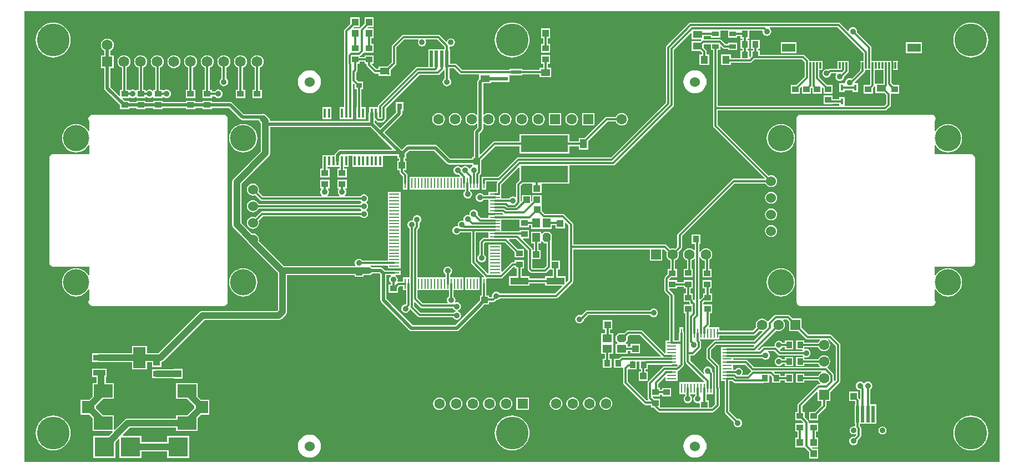
<source format=gtl>
G04*
G04 #@! TF.GenerationSoftware,Altium Limited,Altium NEXUS,2.1.8 (74)*
G04*
G04 Layer_Physical_Order=1*
G04 Layer_Color=255*
%FSLAX25Y25*%
%MOIN*%
G70*
G01*
G75*
%ADD23R,0.06339X0.02402*%
%ADD24R,0.03543X0.03150*%
%ADD49R,0.03543X0.03937*%
%ADD54R,0.03150X0.03543*%
%ADD102R,0.03937X0.02756*%
%ADD103R,0.04528X0.05512*%
G04:AMPARAMS|DCode=104|XSize=55.12mil|YSize=45.28mil|CornerRadius=0mil|HoleSize=0mil|Usage=FLASHONLY|Rotation=270.000|XOffset=0mil|YOffset=0mil|HoleType=Round|Shape=Octagon|*
%AMOCTAGOND104*
4,1,8,-0.01132,-0.02756,0.01132,-0.02756,0.02264,-0.01624,0.02264,0.01624,0.01132,0.02756,-0.01132,0.02756,-0.02264,0.01624,-0.02264,-0.01624,-0.01132,-0.02756,0.0*
%
%ADD104OCTAGOND104*%

%ADD105R,0.03937X0.03543*%
%ADD106R,0.03937X0.03740*%
%ADD107R,0.28347X0.10236*%
%ADD108R,0.11811X0.11811*%
%ADD109R,0.01181X0.03937*%
%ADD110R,0.07874X0.05118*%
%ADD111R,0.05756X0.00943*%
%ADD112R,0.00943X0.05756*%
%ADD113R,0.11417X0.07874*%
%ADD114R,0.07480X0.07480*%
%ADD115R,0.03937X0.05512*%
%ADD116R,0.03937X0.03937*%
%ADD117R,0.04331X0.04803*%
%ADD118R,0.10827X0.03937*%
%ADD119R,0.01575X0.03740*%
%ADD120R,0.05709X0.04134*%
%ADD121R,0.05787X0.04449*%
%ADD122R,0.01370X0.05500*%
%ADD123R,0.07323X0.03543*%
%ADD124R,0.07323X0.12559*%
%ADD125R,0.06142X0.01102*%
%ADD126R,0.01102X0.06142*%
%ADD127R,0.07874X0.09843*%
%ADD128R,0.01968X0.09843*%
%ADD129R,0.03937X0.04331*%
%ADD130R,0.03937X0.03937*%
%ADD131R,0.05512X0.03937*%
%ADD132R,0.03740X0.03937*%
%ADD133R,0.05512X0.04528*%
G04:AMPARAMS|DCode=134|XSize=55.12mil|YSize=45.28mil|CornerRadius=0mil|HoleSize=0mil|Usage=FLASHONLY|Rotation=0.000|XOffset=0mil|YOffset=0mil|HoleType=Round|Shape=Octagon|*
%AMOCTAGOND134*
4,1,8,0.02756,-0.01132,0.02756,0.01132,0.01624,0.02264,-0.01624,0.02264,-0.02756,0.01132,-0.02756,-0.01132,-0.01624,-0.02264,0.01624,-0.02264,0.02756,-0.01132,0.0*
%
%ADD134OCTAGOND134*%

%ADD135C,0.01181*%
%ADD136C,0.01968*%
%ADD137C,0.03937*%
%ADD138R,0.06299X0.06299*%
%ADD139C,0.06299*%
%ADD140C,0.06000*%
%ADD141C,0.15748*%
%ADD142R,0.06496X0.06496*%
%ADD143C,0.06496*%
%ADD144R,0.06299X0.06299*%
%ADD145C,0.03543*%
%ADD146C,0.19685*%
%ADD147C,0.02362*%
G36*
X588142Y273182D02*
X588143Y2408D01*
X2409Y2409D01*
X2409Y273182D01*
X588142Y273182D01*
D02*
G37*
%LPC*%
G36*
X212120Y269616D02*
X206608D01*
Y265697D01*
X204125Y263214D01*
X203746Y262923D01*
X200120D01*
X199934Y263359D01*
X200223Y263710D01*
X203746D01*
Y269616D01*
X198234D01*
Y265697D01*
X194681Y262145D01*
X194377Y261689D01*
X194270Y261151D01*
Y222705D01*
X194274Y222683D01*
Y215539D01*
X191648D01*
Y208465D01*
X199711D01*
Y215539D01*
X199643D01*
Y229616D01*
X200105Y229808D01*
X200797Y229116D01*
Y226378D01*
X201952D01*
Y215539D01*
X201884D01*
Y208465D01*
X207388D01*
Y215539D01*
X204761D01*
Y226378D01*
X205915D01*
Y231102D01*
X202784D01*
X201612Y232275D01*
Y236393D01*
X201983Y236765D01*
X202288Y237221D01*
X202395Y237758D01*
Y241663D01*
X203746D01*
Y242817D01*
X206608D01*
Y241663D01*
X207917D01*
Y240806D01*
X208024Y240268D01*
X208329Y239812D01*
X211976Y236165D01*
X212432Y235860D01*
X212969Y235753D01*
X215227D01*
Y234402D01*
X220590D01*
X220936Y234333D01*
X221283Y234402D01*
X222314D01*
Y235602D01*
X222341Y235738D01*
Y235780D01*
X222314Y235916D01*
Y237927D01*
X225388Y241001D01*
X225693Y241457D01*
X225800Y241995D01*
Y251437D01*
X230596Y256233D01*
X238982D01*
X239249Y255733D01*
X239034Y255410D01*
X238850Y254488D01*
X239034Y253567D01*
X239556Y252785D01*
X240337Y252263D01*
X241259Y252080D01*
X242180Y252263D01*
X242962Y252785D01*
X243484Y253567D01*
X243667Y254488D01*
X243484Y255410D01*
X243268Y255733D01*
X243535Y256233D01*
X250396D01*
X254815Y251814D01*
Y250315D01*
X244999D01*
Y239594D01*
X238287D01*
X237749Y239487D01*
X237294Y239182D01*
X215158Y217047D01*
X214854Y216591D01*
X214747Y216053D01*
Y215539D01*
X209561D01*
Y212987D01*
X209365Y212693D01*
X209227Y212002D01*
Y207249D01*
X150024D01*
Y207274D01*
X149929Y207994D01*
X149651Y208664D01*
X149210Y209240D01*
X147913Y210536D01*
X147765Y210757D01*
X147179Y211149D01*
X147168Y211151D01*
X147153Y211162D01*
X146483Y211440D01*
X145763Y211535D01*
X145044Y211440D01*
X144673Y211286D01*
X134097D01*
X127276Y218108D01*
X126690Y218500D01*
X125998Y218637D01*
X115000D01*
Y219390D01*
X109488D01*
Y218637D01*
X105000D01*
Y219390D01*
X99488D01*
Y218637D01*
X85433D01*
Y219390D01*
X79921D01*
Y218637D01*
X75197D01*
Y219390D01*
X69685D01*
Y218637D01*
X65354D01*
Y219390D01*
X62397D01*
X61284Y220503D01*
X61476Y220965D01*
X65354D01*
Y221277D01*
X65854Y221523D01*
X66032Y221387D01*
X66655Y221129D01*
X67323Y221041D01*
X67991Y221129D01*
X68613Y221387D01*
X69148Y221797D01*
X69185Y221845D01*
X69685Y221675D01*
Y220965D01*
X75197D01*
Y221675D01*
X75697Y221845D01*
X75734Y221797D01*
X76269Y221387D01*
X76891Y221129D01*
X77559Y221041D01*
X78227Y221129D01*
X78850Y221387D01*
X79384Y221797D01*
X79421Y221845D01*
X79921Y221675D01*
Y220965D01*
X85433D01*
Y221675D01*
X85933Y221845D01*
X85970Y221797D01*
X86505Y221387D01*
X87127Y221129D01*
X87795Y221041D01*
X88463Y221129D01*
X89086Y221387D01*
X89620Y221797D01*
X90031Y222332D01*
X90289Y222954D01*
X90376Y223622D01*
X90289Y224290D01*
X90031Y224913D01*
X89620Y225447D01*
X89086Y225857D01*
X88463Y226115D01*
X87795Y226203D01*
X87127Y226115D01*
X86505Y225857D01*
X85970Y225447D01*
X85933Y225399D01*
X85433Y225569D01*
Y226083D01*
X83866D01*
Y239391D01*
X84180Y239521D01*
X84982Y240136D01*
X85597Y240938D01*
X85984Y241872D01*
X86116Y242874D01*
X85984Y243876D01*
X85597Y244810D01*
X84982Y245612D01*
X84180Y246227D01*
X83246Y246614D01*
X82244Y246746D01*
X81242Y246614D01*
X80308Y246227D01*
X79506Y245612D01*
X78891Y244810D01*
X78504Y243876D01*
X78372Y242874D01*
X78504Y241872D01*
X78891Y240938D01*
X79506Y240136D01*
X80308Y239521D01*
X81056Y239211D01*
Y226083D01*
X79921D01*
Y225569D01*
X79421Y225399D01*
X79384Y225447D01*
X78850Y225857D01*
X78227Y226115D01*
X77559Y226203D01*
X76891Y226115D01*
X76269Y225857D01*
X75734Y225447D01*
X75697Y225399D01*
X75197Y225569D01*
Y226083D01*
X73747D01*
Y239342D01*
X74180Y239521D01*
X74982Y240136D01*
X75597Y240938D01*
X75984Y241872D01*
X76116Y242874D01*
X75984Y243876D01*
X75597Y244810D01*
X74982Y245612D01*
X74180Y246227D01*
X73246Y246614D01*
X72244Y246746D01*
X71242Y246614D01*
X70308Y246227D01*
X69506Y245612D01*
X68891Y244810D01*
X68504Y243876D01*
X68372Y242874D01*
X68504Y241872D01*
X68891Y240938D01*
X69506Y240136D01*
X70308Y239521D01*
X70938Y239260D01*
Y226083D01*
X69685D01*
Y225569D01*
X69185Y225399D01*
X69148Y225447D01*
X68613Y225857D01*
X67991Y226115D01*
X67323Y226203D01*
X66655Y226115D01*
X66032Y225857D01*
X65854Y225721D01*
X65354Y225967D01*
Y226083D01*
X63826D01*
Y239374D01*
X64180Y239521D01*
X64982Y240136D01*
X65597Y240938D01*
X65984Y241872D01*
X66116Y242874D01*
X65984Y243876D01*
X65597Y244810D01*
X64982Y245612D01*
X64180Y246227D01*
X63246Y246614D01*
X62244Y246746D01*
X61242Y246614D01*
X60308Y246227D01*
X59506Y245612D01*
X58891Y244810D01*
X58504Y243876D01*
X58372Y242874D01*
X58504Y241872D01*
X58891Y240938D01*
X59506Y240136D01*
X60308Y239521D01*
X61016Y239228D01*
Y226083D01*
X59842D01*
Y222598D01*
X59381Y222406D01*
X54050Y227736D01*
Y239035D01*
X56083D01*
Y246713D01*
X54050D01*
Y249467D01*
X54180Y249521D01*
X54982Y250136D01*
X55597Y250938D01*
X55984Y251872D01*
X56116Y252874D01*
X55984Y253876D01*
X55597Y254810D01*
X54982Y255612D01*
X54180Y256227D01*
X53246Y256614D01*
X52244Y256746D01*
X51242Y256614D01*
X50308Y256227D01*
X49506Y255612D01*
X48891Y254810D01*
X48504Y253876D01*
X48372Y252874D01*
X48504Y251872D01*
X48891Y250938D01*
X49506Y250136D01*
X50308Y249521D01*
X50438Y249467D01*
Y246713D01*
X48406D01*
Y239035D01*
X50438D01*
Y226988D01*
X50575Y226297D01*
X50967Y225711D01*
X59842Y216835D01*
Y214272D01*
X65354D01*
Y215024D01*
X69685D01*
Y214272D01*
X75197D01*
Y215024D01*
X79921D01*
Y214272D01*
X85433D01*
Y215024D01*
X99488D01*
Y214272D01*
X105000D01*
Y215024D01*
X109488D01*
Y214272D01*
X115000D01*
Y215024D01*
X125250D01*
X132072Y208203D01*
X132658Y207811D01*
X133349Y207674D01*
X143228D01*
X143356Y207365D01*
X143798Y206790D01*
X144464Y206123D01*
Y205443D01*
Y189079D01*
X128027Y172641D01*
X127585Y172066D01*
X127307Y171395D01*
X127213Y170676D01*
Y144811D01*
X127307Y144091D01*
X127585Y143421D01*
X128027Y142845D01*
X136454Y134418D01*
X136549Y134189D01*
X137124Y133439D01*
X137445Y133194D01*
X137720Y132835D01*
X154701Y115854D01*
Y93777D01*
X154023Y93099D01*
X109492D01*
X108773Y93004D01*
X108102Y92726D01*
X107527Y92284D01*
X82943Y67701D01*
X76043D01*
Y71988D01*
X67146D01*
Y67701D01*
X47382D01*
X46663Y67606D01*
X46358Y67480D01*
X42933D01*
Y62362D01*
X46358D01*
X46663Y62236D01*
X47382Y62142D01*
X67146D01*
Y57854D01*
X76043D01*
Y62142D01*
X79134D01*
Y59449D01*
X84646D01*
Y62214D01*
X84814Y62236D01*
X85484Y62514D01*
X86060Y62956D01*
X110643Y87539D01*
X155174D01*
X155894Y87634D01*
X156564Y87912D01*
X157140Y88353D01*
X159446Y90660D01*
X159888Y91235D01*
X160165Y91906D01*
X160260Y92625D01*
Y114567D01*
X200601D01*
Y113606D01*
X206112D01*
Y114567D01*
X209227D01*
X209947Y114661D01*
X210617Y114939D01*
X211193Y115381D01*
X211315Y115540D01*
X215615D01*
X216250Y114905D01*
Y99547D01*
X216387Y98856D01*
X216779Y98270D01*
X233649Y81400D01*
X234235Y81008D01*
X234927Y80871D01*
X261931D01*
X262622Y81008D01*
X263208Y81400D01*
X277641Y95833D01*
X277930Y96265D01*
X278539Y96874D01*
X281496D01*
Y98429D01*
X284163D01*
X284701Y98536D01*
X285157Y98840D01*
X285863Y99547D01*
X286495Y99630D01*
X287117Y99888D01*
X287652Y100298D01*
X287974Y100718D01*
X321659D01*
X322196Y100825D01*
X322652Y101129D01*
X331623Y110100D01*
X331928Y110556D01*
X332035Y111094D01*
Y130107D01*
X377999D01*
Y123244D01*
X385479D01*
Y130107D01*
X386629D01*
X388294Y128442D01*
X388095Y127961D01*
X387966Y126985D01*
X388095Y126008D01*
X388472Y125098D01*
X389071Y124317D01*
X389853Y123717D01*
X390334Y123518D01*
Y118284D01*
X388831D01*
Y115153D01*
X387247Y113568D01*
X386943Y113113D01*
X386836Y112575D01*
Y105404D01*
X386943Y104867D01*
X387247Y104411D01*
X389797Y101861D01*
Y75251D01*
X387537D01*
Y72734D01*
Y67905D01*
X387037Y67698D01*
X373693Y81042D01*
X373237Y81346D01*
X372700Y81453D01*
X365036D01*
X364498Y81346D01*
X364042Y81042D01*
X362655Y79654D01*
X359081D01*
X357555Y78129D01*
Y75078D01*
X358778Y73855D01*
X358571Y73355D01*
X357555D01*
Y67253D01*
X364642D01*
Y68899D01*
X366536D01*
Y67646D01*
X372048D01*
Y73158D01*
X366536D01*
Y71709D01*
X364642D01*
Y73355D01*
X363627D01*
X363420Y73855D01*
X364642Y75078D01*
Y77667D01*
X365618Y78643D01*
X372118D01*
X384744Y66017D01*
X384553Y65555D01*
X361441D01*
X360903Y65448D01*
X360447Y65143D01*
X359702Y64398D01*
X356571D01*
Y58887D01*
X361518D01*
Y58887D01*
X361661Y58823D01*
X362014Y58522D01*
X362015Y58521D01*
Y49942D01*
X362122Y49405D01*
X362426Y48949D01*
X374510Y36865D01*
X374966Y36560D01*
X375504Y36453D01*
X378740D01*
Y35039D01*
X380365D01*
X380503Y34833D01*
X382849Y32487D01*
X383305Y32183D01*
X383842Y32076D01*
X415685D01*
X416223Y32183D01*
X416679Y32487D01*
X419622Y35431D01*
X419927Y35886D01*
X420034Y36424D01*
Y46566D01*
X419927Y47103D01*
X419914Y47122D01*
Y59745D01*
X419807Y60283D01*
X419503Y60739D01*
X414890Y65351D01*
Y69544D01*
X417934Y72587D01*
X440593D01*
X440800Y72087D01*
X440173Y71460D01*
X424402D01*
X423864Y71353D01*
X423805Y71314D01*
X420737D01*
Y66828D01*
Y62891D01*
Y58954D01*
Y55017D01*
Y51080D01*
X422997D01*
Y32344D01*
X423104Y31807D01*
X423409Y31351D01*
X428397Y26362D01*
X428391Y26347D01*
X428303Y25679D01*
X428391Y25011D01*
X428649Y24389D01*
X429059Y23854D01*
X429594Y23444D01*
X430216Y23186D01*
X430884Y23098D01*
X431552Y23186D01*
X432175Y23444D01*
X432709Y23854D01*
X433120Y24389D01*
X433377Y25011D01*
X433465Y25679D01*
X433377Y26347D01*
X433120Y26970D01*
X432709Y27504D01*
X432175Y27915D01*
X431552Y28172D01*
X430884Y28260D01*
X430521Y28213D01*
X425807Y32926D01*
Y50934D01*
X427413D01*
X428182Y50164D01*
X428638Y49860D01*
X429176Y49753D01*
X446029D01*
X446386Y49824D01*
X449813D01*
Y54285D01*
X450313Y54423D01*
X451388Y53349D01*
Y49824D01*
X456506D01*
Y51175D01*
X459065D01*
Y49824D01*
X464183D01*
Y55336D01*
X459065D01*
Y53985D01*
X456506D01*
Y55336D01*
X453375D01*
X452683Y56028D01*
X452874Y56490D01*
X480965D01*
X481064Y55990D01*
X480719Y55847D01*
X479938Y55247D01*
X479338Y54466D01*
X479139Y53985D01*
X470876D01*
Y55336D01*
X465758D01*
Y49824D01*
X470876D01*
Y51175D01*
X479139D01*
X479338Y50693D01*
X479938Y49912D01*
X480398Y49559D01*
X480228Y49059D01*
X479431D01*
X478894Y48952D01*
X478438Y48647D01*
X467209Y37419D01*
X466905Y36963D01*
X466798Y36425D01*
Y32364D01*
X465447D01*
Y27246D01*
X468972D01*
X470085Y26133D01*
X469893Y25671D01*
X465447D01*
Y20553D01*
X466798D01*
Y17010D01*
X465447D01*
Y11104D01*
X470959D01*
X470959Y11104D01*
Y11104D01*
X471080Y10926D01*
X471154Y10816D01*
X471247Y10724D01*
X471247Y10724D01*
X471259Y10711D01*
X473640Y8330D01*
Y4411D01*
X479152D01*
Y10317D01*
X475630D01*
X475340Y10668D01*
X475527Y11104D01*
X479152D01*
Y17010D01*
X477801D01*
Y20553D01*
X479152D01*
Y25671D01*
X473640D01*
X473539Y26129D01*
X473446Y26594D01*
X473141Y27050D01*
X470959Y29233D01*
Y32364D01*
X469608D01*
Y35843D01*
X478403Y44639D01*
X478865Y44447D01*
Y38840D01*
X481200D01*
Y36399D01*
X477165Y32364D01*
X473640D01*
Y27246D01*
X479152D01*
Y30377D01*
X483599Y34824D01*
X483903Y35280D01*
X484010Y35817D01*
Y38840D01*
X486345D01*
Y44333D01*
X492106Y50094D01*
X492411Y50550D01*
X492518Y51087D01*
Y72587D01*
X492411Y73125D01*
X492106Y73581D01*
X487292Y78395D01*
X486836Y78700D01*
X486298Y78807D01*
X473430D01*
X469215Y83022D01*
Y88515D01*
X463721D01*
X461940Y90296D01*
X461485Y90601D01*
X460947Y90708D01*
X453599D01*
X453061Y90601D01*
X452606Y90296D01*
X449183Y86873D01*
X449151Y86858D01*
X448639Y86870D01*
X448549Y86912D01*
X448142Y87443D01*
X447361Y88042D01*
X446451Y88419D01*
X445474Y88547D01*
X444498Y88419D01*
X443588Y88042D01*
X442807Y87443D01*
X442207Y86661D01*
X441831Y85751D01*
X441702Y84775D01*
X441831Y83799D01*
X442030Y83317D01*
X439883Y81171D01*
X419887D01*
Y83431D01*
X413731D01*
X413540Y83893D01*
X413709Y84062D01*
X414013Y84518D01*
X414120Y85056D01*
Y91788D01*
X415471D01*
Y96907D01*
X410191D01*
Y98012D01*
X410660Y98481D01*
X415471D01*
Y103599D01*
X414024D01*
Y106535D01*
X415259D01*
Y111654D01*
X409748D01*
Y106535D01*
X411214D01*
Y103599D01*
X409959D01*
Y101754D01*
X408317Y100112D01*
X407855Y100303D01*
Y125282D01*
X408355Y125381D01*
X408472Y125098D01*
X409071Y124317D01*
X409853Y123717D01*
X410763Y123341D01*
X410990Y123311D01*
Y118347D01*
X409748D01*
Y113228D01*
X415259D01*
Y118347D01*
X413800D01*
Y123852D01*
X414406Y124317D01*
X415006Y125098D01*
X415383Y126008D01*
X415511Y126985D01*
X415383Y127961D01*
X415006Y128871D01*
X414406Y129652D01*
X413625Y130252D01*
X412715Y130628D01*
X411739Y130757D01*
X410763Y130628D01*
X409853Y130252D01*
X409071Y129652D01*
X408472Y128871D01*
X408355Y128588D01*
X407855Y128687D01*
Y133424D01*
X408339D01*
Y138936D01*
X403221D01*
Y133424D01*
X405045D01*
Y129641D01*
X404545Y129472D01*
X404406Y129652D01*
X403625Y130252D01*
X402715Y130628D01*
X401739Y130757D01*
X400763Y130628D01*
X399853Y130252D01*
X399072Y129652D01*
X398472Y128871D01*
X398095Y127961D01*
X397967Y126985D01*
X398095Y126008D01*
X398472Y125098D01*
X399072Y124317D01*
X399853Y123717D01*
X400334Y123518D01*
Y118363D01*
X398379D01*
Y113245D01*
X403891D01*
Y118363D01*
X403144D01*
Y123518D01*
X403625Y123717D01*
X404406Y124317D01*
X404545Y124497D01*
X405045Y124328D01*
Y99666D01*
X404545Y99617D01*
X404533Y99674D01*
X404229Y100130D01*
X403891Y100468D01*
Y103599D01*
X402540D01*
Y106552D01*
X403891D01*
Y111670D01*
X398379D01*
Y110437D01*
X394343D01*
Y111591D01*
X389881D01*
X389743Y112091D01*
X390818Y113166D01*
X394343D01*
Y118284D01*
X393144D01*
Y123518D01*
X393625Y123717D01*
X394407Y124317D01*
X395006Y125098D01*
X395383Y126008D01*
X395511Y126985D01*
X395383Y127961D01*
X395183Y128442D01*
X396931Y130190D01*
X397235Y130645D01*
X397342Y131183D01*
Y138137D01*
X428903Y169697D01*
X447562D01*
X447730Y169292D01*
X448305Y168542D01*
X449055Y167966D01*
X449929Y167604D01*
X450866Y167481D01*
X451803Y167604D01*
X452677Y167966D01*
X453427Y168542D01*
X454003Y169292D01*
X454364Y170165D01*
X454488Y171102D01*
X454364Y172040D01*
X454003Y172913D01*
X453427Y173663D01*
X452677Y174239D01*
X451803Y174601D01*
X450866Y174724D01*
X449929Y174601D01*
X449523Y174432D01*
X418925Y205031D01*
Y213556D01*
X519291D01*
X519829Y213663D01*
X520285Y213967D01*
X521198Y214880D01*
X521545Y215112D01*
X522352Y215919D01*
X522656Y216375D01*
X522763Y216913D01*
Y223389D01*
X523006Y223684D01*
X527756D01*
Y228999D01*
X524231D01*
X523059Y230171D01*
Y240631D01*
X523032Y240767D01*
Y243387D01*
X511247D01*
Y251181D01*
X511140Y251719D01*
X510836Y252174D01*
X502512Y260498D01*
X502581Y261024D01*
X502493Y261692D01*
X502235Y262314D01*
X501825Y262849D01*
X501291Y263259D01*
X500668Y263517D01*
X500000Y263605D01*
X499332Y263517D01*
X498709Y263259D01*
X498175Y262849D01*
X497765Y262314D01*
X497507Y261692D01*
X497492Y261581D01*
X496964Y261402D01*
X492491Y265875D01*
X492035Y266180D01*
X491498Y266287D01*
X402587D01*
X402049Y266180D01*
X401593Y265875D01*
X388078Y252360D01*
X387773Y251904D01*
X387667Y251366D01*
Y218253D01*
X354677Y185263D01*
X299096D01*
X298558Y185156D01*
X298103Y184852D01*
X286963Y173712D01*
X278425D01*
X278289Y173685D01*
X277047D01*
Y172601D01*
X276981Y172267D01*
Y169827D01*
X277047Y169493D01*
Y165968D01*
X279724D01*
Y169493D01*
X279791Y169827D01*
Y170902D01*
X286300D01*
X286372Y170730D01*
X286454Y170402D01*
X286182Y169996D01*
X286075Y169458D01*
Y164617D01*
X285000D01*
X284666Y164551D01*
X281142D01*
Y162649D01*
X278132D01*
X277809Y163069D01*
X277275Y163479D01*
X276652Y163737D01*
X275984Y163825D01*
X275316Y163737D01*
X274694Y163479D01*
X274159Y163069D01*
X273749Y162534D01*
X273491Y161912D01*
X273403Y161244D01*
X273491Y160576D01*
X273749Y159953D01*
X274159Y159419D01*
X274694Y159009D01*
X275316Y158751D01*
X275984Y158663D01*
X276652Y158751D01*
X277275Y159009D01*
X277809Y159419D01*
X278132Y159839D01*
X281142D01*
Y155968D01*
Y152031D01*
X284666D01*
X285000Y151965D01*
X289398D01*
X290025Y151338D01*
X289824Y150838D01*
X285000D01*
X284666Y150771D01*
X281142D01*
Y148869D01*
X276764D01*
X274757Y150876D01*
X274826Y151401D01*
X274738Y152069D01*
X274480Y152692D01*
X274070Y153226D01*
X273535Y153637D01*
X272913Y153895D01*
X272245Y153982D01*
X271577Y153895D01*
X270954Y153637D01*
X270420Y153226D01*
X270009Y152692D01*
X269751Y152069D01*
X269664Y151401D01*
X269699Y151134D01*
X269541Y150952D01*
X269245Y150750D01*
X268687Y150824D01*
X268019Y150736D01*
X267396Y150478D01*
X266862Y150068D01*
X266451Y149533D01*
X266194Y148911D01*
X266106Y148242D01*
X266166Y147783D01*
X266083Y147644D01*
X265833Y147415D01*
X265736Y147372D01*
X265236Y147438D01*
X264568Y147350D01*
X263946Y147092D01*
X263411Y146682D01*
X263001Y146147D01*
X262743Y145525D01*
X262655Y144857D01*
X262709Y144446D01*
X262350Y144029D01*
X262281Y144001D01*
X261971Y144042D01*
X261303Y143954D01*
X260680Y143696D01*
X260146Y143286D01*
X259736Y142751D01*
X259478Y142129D01*
X259390Y141460D01*
X259478Y140792D01*
X259736Y140170D01*
X260146Y139635D01*
X260680Y139225D01*
X261303Y138967D01*
X261971Y138879D01*
X262639Y138967D01*
X263262Y139225D01*
X263796Y139635D01*
X264194Y140154D01*
X270610D01*
Y122234D01*
X270717Y121697D01*
X271022Y121241D01*
X278588Y113674D01*
X278397Y113212D01*
X277047D01*
Y109688D01*
X276981Y109354D01*
Y102386D01*
X275984D01*
Y99428D01*
X275087Y98531D01*
X274798Y98099D01*
X261183Y84483D01*
X235675D01*
X219863Y100296D01*
Y114563D01*
X222488D01*
X222500Y114543D01*
X222616Y114063D01*
X222191Y113737D01*
X221780Y113202D01*
X221523Y112580D01*
X221435Y111911D01*
X221523Y111243D01*
X221780Y110621D01*
X222191Y110086D01*
X222611Y109764D01*
Y109086D01*
X221260D01*
Y103967D01*
X226772D01*
Y107099D01*
X227622Y107949D01*
X229803D01*
Y105496D01*
X231705D01*
Y97376D01*
X231344Y97041D01*
X231285Y97049D01*
X230617Y96961D01*
X229995Y96703D01*
X229460Y96293D01*
X229050Y95758D01*
X228792Y95135D01*
X228704Y94468D01*
X228792Y93799D01*
X229050Y93177D01*
X229460Y92642D01*
X229995Y92232D01*
X230617Y91974D01*
X231285Y91886D01*
X231953Y91974D01*
X232576Y92232D01*
X233110Y92642D01*
X233520Y93177D01*
X233778Y93799D01*
X233795Y93928D01*
X234323Y94107D01*
X238872Y89558D01*
X239328Y89253D01*
X239866Y89146D01*
X259823D01*
X259861Y89055D01*
X260272Y88520D01*
X260806Y88110D01*
X261429Y87852D01*
X262097Y87764D01*
X262765Y87852D01*
X263387Y88110D01*
X263922Y88520D01*
X264332Y89055D01*
X264590Y89677D01*
X264678Y90345D01*
X264590Y91013D01*
X264332Y91636D01*
X263922Y92170D01*
X263387Y92580D01*
X262873Y92794D01*
X262850Y92891D01*
Y93212D01*
X262873Y93309D01*
X263387Y93523D01*
X263922Y93933D01*
X264332Y94468D01*
X264590Y95090D01*
X264678Y95758D01*
X264590Y96426D01*
X264332Y97049D01*
X263922Y97583D01*
X263387Y97993D01*
X262765Y98251D01*
X262097Y98339D01*
X261452Y98254D01*
X261375Y98310D01*
X261072Y98645D01*
X261194Y98938D01*
X261282Y99606D01*
X261194Y100274D01*
X260936Y100897D01*
X260526Y101431D01*
X260106Y101754D01*
Y105496D01*
X265945D01*
Y113212D01*
X258120D01*
Y115030D01*
X258523Y115339D01*
X258933Y115874D01*
X259191Y116496D01*
X259279Y117164D01*
X259191Y117832D01*
X258933Y118455D01*
X258523Y118989D01*
X257988Y119399D01*
X257366Y119657D01*
X256698Y119745D01*
X256030Y119657D01*
X255407Y119399D01*
X254872Y118989D01*
X254462Y118455D01*
X254204Y117832D01*
X254116Y117164D01*
X254204Y116496D01*
X254462Y115874D01*
X254872Y115339D01*
X255310Y115003D01*
Y113212D01*
X238452D01*
Y141760D01*
X239222Y142530D01*
X239526Y142986D01*
X239633Y143523D01*
Y145947D01*
X240054Y146269D01*
X240464Y146804D01*
X240722Y147426D01*
X240809Y148094D01*
X240722Y148762D01*
X240464Y149385D01*
X240054Y149919D01*
X239519Y150330D01*
X238896Y150587D01*
X238228Y150675D01*
X237560Y150587D01*
X236938Y150330D01*
X236403Y149919D01*
X235993Y149385D01*
X235735Y148762D01*
X235647Y148094D01*
X235682Y147834D01*
X235236Y147388D01*
X235079Y147409D01*
X234411Y147321D01*
X233788Y147063D01*
X233254Y146653D01*
X232843Y146118D01*
X232586Y145496D01*
X232498Y144828D01*
X232586Y144160D01*
X232843Y143537D01*
X233254Y143003D01*
X233674Y142680D01*
Y113212D01*
X229803D01*
Y110759D01*
X227040D01*
X226832Y110718D01*
X226473Y111156D01*
X226509Y111243D01*
X226597Y111911D01*
X226509Y112580D01*
X226251Y113202D01*
X225841Y113737D01*
X225329Y114130D01*
X225325Y114180D01*
X225505Y114630D01*
X228386D01*
Y117307D01*
X224861D01*
X224528Y117373D01*
X219142D01*
X218747Y117637D01*
X218597Y117667D01*
X217641Y118624D01*
X217055Y119015D01*
X216363Y119153D01*
X211315D01*
X211193Y119312D01*
X210617Y119754D01*
X210097Y119969D01*
X210197Y120469D01*
X220669D01*
Y118567D01*
X228386D01*
Y120535D01*
Y124472D01*
Y128409D01*
Y132346D01*
Y136283D01*
Y140220D01*
Y144157D01*
Y148094D01*
Y152031D01*
Y155968D01*
Y159905D01*
Y164551D01*
X220669D01*
Y159905D01*
Y155968D01*
Y152031D01*
Y148094D01*
Y144157D01*
Y140220D01*
Y136283D01*
Y132346D01*
Y128409D01*
Y123279D01*
X205504D01*
X205182Y123699D01*
X204647Y124109D01*
X204025Y124367D01*
X203357Y124455D01*
X202688Y124367D01*
X202066Y124109D01*
X201531Y123699D01*
X201121Y123164D01*
X200863Y122542D01*
X200775Y121874D01*
X200863Y121206D01*
X201103Y120626D01*
X200973Y120260D01*
X200907Y120126D01*
X158291D01*
X143203Y135214D01*
X143307Y136000D01*
X143183Y136937D01*
X142821Y137811D01*
X142246Y138561D01*
X141496Y139137D01*
X140622Y139498D01*
X139685Y139622D01*
X139179Y139555D01*
X132772Y145962D01*
Y169524D01*
X149210Y185962D01*
X149651Y186538D01*
X149929Y187208D01*
X150024Y187928D01*
Y203636D01*
X210285D01*
X214815Y199107D01*
X223464Y190457D01*
X223273Y189995D01*
X192154D01*
X191463Y189858D01*
X190877Y189466D01*
X189284Y187873D01*
X188892Y187287D01*
X188786Y186752D01*
X181412D01*
Y179677D01*
X181479D01*
Y178547D01*
X180128D01*
Y173429D01*
X185640D01*
Y178547D01*
X184289D01*
Y179677D01*
X191715D01*
Y178547D01*
X190467D01*
Y173429D01*
X195978D01*
Y178547D01*
X194525D01*
Y179677D01*
X197152D01*
Y186383D01*
X199325D01*
Y179677D01*
X217624D01*
Y186383D01*
X226476D01*
Y184587D01*
X227327D01*
Y183268D01*
X226378D01*
Y177756D01*
X227729D01*
Y176677D01*
X227836Y176139D01*
X228140Y175683D01*
X229737Y174087D01*
Y169827D01*
X229803Y169493D01*
Y165968D01*
X232480D01*
Y169493D01*
X232547Y169827D01*
Y174669D01*
X232440Y175207D01*
X232135Y175663D01*
X230542Y177256D01*
X230546Y177756D01*
X231890D01*
Y183268D01*
X230940D01*
Y184587D01*
X231791D01*
Y187544D01*
X233524Y189276D01*
X248563D01*
X256220Y181620D01*
X256805Y181229D01*
X257497Y181091D01*
X271339D01*
Y180142D01*
X271020Y179774D01*
X270512Y179384D01*
X270102Y178850D01*
X270041Y178704D01*
X269500D01*
X269440Y178850D01*
X269030Y179384D01*
X268495Y179794D01*
X267873Y180052D01*
X267205Y180140D01*
X266537Y180052D01*
X265914Y179794D01*
X265380Y179384D01*
X265236Y179198D01*
X264606D01*
X264463Y179384D01*
X263928Y179794D01*
X263306Y180052D01*
X262638Y180140D01*
X261970Y180052D01*
X261347Y179794D01*
X260813Y179384D01*
X260402Y178850D01*
X260145Y178227D01*
X260057Y177559D01*
X260145Y176891D01*
X260402Y176268D01*
X260813Y175734D01*
X261347Y175324D01*
X261970Y175066D01*
X262638Y174978D01*
X263163Y175047D01*
X264063Y174147D01*
X263872Y173685D01*
X233740D01*
Y165968D01*
X267138D01*
Y165250D01*
X266862Y165038D01*
X266451Y164503D01*
X266194Y163881D01*
X266106Y163212D01*
X266194Y162544D01*
X266451Y161922D01*
X266862Y161387D01*
X267396Y160977D01*
X268019Y160719D01*
X268687Y160631D01*
X269355Y160719D01*
X269977Y160977D01*
X270512Y161387D01*
X270922Y161922D01*
X271180Y162544D01*
X271268Y163212D01*
X271180Y163881D01*
X270922Y164503D01*
X270512Y165038D01*
X269977Y165448D01*
X269948Y165460D01*
Y165968D01*
X275787D01*
Y169493D01*
X275854Y169827D01*
Y174635D01*
X276480Y175261D01*
X276784Y175717D01*
X276891Y176254D01*
Y181505D01*
X276850Y181712D01*
Y183667D01*
X285283Y192099D01*
X299695D01*
Y187598D01*
X329616D01*
Y192099D01*
X335465D01*
Y189961D01*
X340976D01*
Y195060D01*
X352814Y206897D01*
X357692D01*
X357892Y206416D01*
X358491Y205635D01*
X359273Y205035D01*
X360182Y204659D01*
X361159Y204530D01*
X362135Y204659D01*
X363045Y205035D01*
X363826Y205635D01*
X364426Y206416D01*
X364803Y207326D01*
X364931Y208302D01*
X364803Y209279D01*
X364426Y210189D01*
X363826Y210970D01*
X363045Y211569D01*
X362135Y211946D01*
X361159Y212075D01*
X360182Y211946D01*
X359273Y211569D01*
X358491Y210970D01*
X357892Y210189D01*
X357692Y209707D01*
X352232D01*
X351694Y209600D01*
X351238Y209296D01*
X338989Y197047D01*
X335465D01*
Y194909D01*
X329616D01*
Y199409D01*
X299695D01*
Y194909D01*
X284701D01*
X284163Y194802D01*
X283707Y194497D01*
X276363Y187153D01*
X275901Y187344D01*
Y199724D01*
X277515Y201338D01*
X277906Y201924D01*
X278044Y202615D01*
Y205483D01*
X278068Y205491D01*
X278544Y205595D01*
X279273Y205035D01*
X280182Y204659D01*
X281159Y204530D01*
X282135Y204659D01*
X283045Y205035D01*
X283826Y205635D01*
X284426Y206416D01*
X284803Y207326D01*
X284931Y208302D01*
X284803Y209279D01*
X284426Y210189D01*
X283826Y210970D01*
X283045Y211569D01*
X282135Y211946D01*
X281159Y212075D01*
X280182Y211946D01*
X279273Y211569D01*
X278544Y211010D01*
X278068Y211114D01*
X278044Y211122D01*
Y229833D01*
X278145Y229935D01*
X282677D01*
Y230772D01*
X285827D01*
Y230591D01*
X293740D01*
X293740Y234159D01*
X293740Y234567D01*
X294216Y234626D01*
X301575D01*
Y235209D01*
X311811D01*
Y233641D01*
X318898D01*
Y239153D01*
X316759D01*
Y241751D01*
X318110D01*
Y246869D01*
X312598D01*
Y241751D01*
X313949D01*
Y239153D01*
X311811D01*
Y238019D01*
X301575D01*
Y238602D01*
X293661D01*
Y238019D01*
X265246D01*
X261997Y241269D01*
X261541Y241574D01*
X261003Y241681D01*
X257991D01*
Y250315D01*
X257624D01*
Y251760D01*
X258124Y252171D01*
X258582Y252080D01*
X259503Y252263D01*
X260285Y252785D01*
X260807Y253567D01*
X260990Y254488D01*
X260807Y255410D01*
X260285Y256191D01*
X259503Y256713D01*
X258582Y256897D01*
X257660Y256713D01*
X256879Y256191D01*
X256357Y255410D01*
X256281Y255029D01*
X255738Y254864D01*
X251971Y258631D01*
X251516Y258936D01*
X250978Y259043D01*
X230014D01*
X229476Y258936D01*
X229020Y258631D01*
X223401Y253012D01*
X223097Y252556D01*
X222990Y252019D01*
Y242577D01*
X220327Y239914D01*
X215227D01*
Y238563D01*
X213551D01*
X210951Y241163D01*
X211159Y241663D01*
X212120D01*
Y246781D01*
X206608D01*
Y245627D01*
X203746D01*
Y246404D01*
X204067Y246467D01*
X204523Y246772D01*
X205985Y248234D01*
X206108Y248419D01*
X206608Y248356D01*
X206608Y248356D01*
X212120D01*
Y253474D01*
X210769D01*
Y257017D01*
X212120D01*
Y262923D01*
X208495D01*
X208308Y263359D01*
X208597Y263710D01*
X212120D01*
Y269616D01*
D02*
G37*
G36*
X318110Y262859D02*
X312598D01*
Y256953D01*
X313949D01*
Y253562D01*
X312598D01*
Y248444D01*
X318110D01*
Y253562D01*
X316759D01*
Y256953D01*
X318110D01*
Y262859D01*
D02*
G37*
G36*
X541339Y254608D02*
X531890D01*
Y247915D01*
X541339D01*
Y254608D01*
D02*
G37*
G36*
X570866Y266371D02*
X569229Y266242D01*
X567632Y265859D01*
X566115Y265230D01*
X564715Y264372D01*
X563466Y263306D01*
X562399Y262057D01*
X561542Y260657D01*
X560913Y259139D01*
X560530Y257543D01*
X560401Y255906D01*
X560530Y254268D01*
X560913Y252672D01*
X561542Y251154D01*
X562399Y249754D01*
X563466Y248505D01*
X564715Y247439D01*
X566115Y246581D01*
X567632Y245952D01*
X569229Y245569D01*
X570866Y245440D01*
X572503Y245569D01*
X574100Y245952D01*
X575617Y246581D01*
X577017Y247439D01*
X578266Y248505D01*
X579333Y249754D01*
X580191Y251154D01*
X580819Y252672D01*
X581203Y254268D01*
X581331Y255906D01*
X581203Y257543D01*
X580819Y259139D01*
X580191Y260657D01*
X579333Y262057D01*
X578266Y263306D01*
X577017Y264372D01*
X575617Y265230D01*
X574100Y265859D01*
X572503Y266242D01*
X570866Y266371D01*
D02*
G37*
G36*
X295276D02*
X293638Y266242D01*
X292042Y265859D01*
X290524Y265230D01*
X289124Y264372D01*
X287876Y263306D01*
X286809Y262057D01*
X285951Y260657D01*
X285322Y259139D01*
X284939Y257543D01*
X284810Y255906D01*
X284939Y254268D01*
X285322Y252672D01*
X285951Y251154D01*
X286809Y249754D01*
X287876Y248505D01*
X289124Y247439D01*
X290524Y246581D01*
X292042Y245952D01*
X293638Y245569D01*
X295276Y245440D01*
X296913Y245569D01*
X298510Y245952D01*
X300027Y246581D01*
X301427Y247439D01*
X302676Y248505D01*
X303742Y249754D01*
X304600Y251154D01*
X305229Y252672D01*
X305612Y254268D01*
X305741Y255906D01*
X305612Y257543D01*
X305229Y259139D01*
X304600Y260657D01*
X303742Y262057D01*
X302676Y263306D01*
X301427Y264372D01*
X300027Y265230D01*
X298510Y265859D01*
X296913Y266242D01*
X295276Y266371D01*
D02*
G37*
G36*
X19685D02*
X18048Y266242D01*
X16451Y265859D01*
X14934Y265230D01*
X13534Y264372D01*
X12285Y263306D01*
X11218Y262057D01*
X10360Y260657D01*
X9732Y259139D01*
X9349Y257543D01*
X9220Y255906D01*
X9349Y254268D01*
X9732Y252672D01*
X10360Y251154D01*
X11218Y249754D01*
X12285Y248505D01*
X13534Y247439D01*
X14934Y246581D01*
X16451Y245952D01*
X18048Y245569D01*
X19685Y245440D01*
X21322Y245569D01*
X22919Y245952D01*
X24436Y246581D01*
X25836Y247439D01*
X27085Y248505D01*
X28152Y249754D01*
X29010Y251154D01*
X29638Y252672D01*
X30022Y254268D01*
X30150Y255906D01*
X30022Y257543D01*
X29638Y259139D01*
X29010Y260657D01*
X28152Y262057D01*
X27085Y263306D01*
X25836Y264372D01*
X24436Y265230D01*
X22919Y265859D01*
X21322Y266242D01*
X19685Y266371D01*
D02*
G37*
G36*
X92244Y246746D02*
X91242Y246614D01*
X90308Y246227D01*
X89506Y245612D01*
X88891Y244810D01*
X88504Y243876D01*
X88372Y242874D01*
X88504Y241872D01*
X88891Y240938D01*
X89506Y240136D01*
X90308Y239521D01*
X91242Y239134D01*
X92244Y239002D01*
X93246Y239134D01*
X94180Y239521D01*
X94982Y240136D01*
X95597Y240938D01*
X95984Y241872D01*
X96116Y242874D01*
X95984Y243876D01*
X95597Y244810D01*
X94982Y245612D01*
X94180Y246227D01*
X93246Y246614D01*
X92244Y246746D01*
D02*
G37*
G36*
X526968Y243387D02*
X524213D01*
Y237876D01*
X526968D01*
Y243387D01*
D02*
G37*
G36*
X122244Y246746D02*
X121242Y246614D01*
X120308Y246227D01*
X119506Y245612D01*
X118891Y244810D01*
X118504Y243876D01*
X118372Y242874D01*
X118504Y241872D01*
X118891Y240938D01*
X119506Y240136D01*
X120308Y239521D01*
X120839Y239301D01*
Y232863D01*
X120411Y232534D01*
X120000Y231999D01*
X119742Y231377D01*
X119655Y230709D01*
X119742Y230041D01*
X120000Y229418D01*
X120411Y228884D01*
X120945Y228473D01*
X121568Y228216D01*
X122236Y228128D01*
X122904Y228216D01*
X123526Y228473D01*
X124061Y228884D01*
X124471Y229418D01*
X124729Y230041D01*
X124817Y230709D01*
X124729Y231377D01*
X124471Y231999D01*
X124061Y232534D01*
X123649Y232850D01*
Y239301D01*
X124180Y239521D01*
X124982Y240136D01*
X125597Y240938D01*
X125984Y241872D01*
X126116Y242874D01*
X125984Y243876D01*
X125597Y244810D01*
X124982Y245612D01*
X124180Y246227D01*
X123246Y246614D01*
X122244Y246746D01*
D02*
G37*
G36*
X173659Y237725D02*
X172308Y237593D01*
X171009Y237198D01*
X169813Y236559D01*
X168763Y235698D01*
X167902Y234649D01*
X167263Y233452D01*
X166869Y232153D01*
X166736Y230802D01*
X166869Y229452D01*
X167263Y228153D01*
X167902Y226956D01*
X168763Y225907D01*
X169813Y225046D01*
X171009Y224406D01*
X172308Y224012D01*
X173659Y223879D01*
X175009Y224012D01*
X176308Y224406D01*
X177505Y225046D01*
X178554Y225907D01*
X179415Y226956D01*
X180055Y228153D01*
X180449Y229452D01*
X180582Y230802D01*
X180449Y232153D01*
X180055Y233452D01*
X179415Y234649D01*
X178554Y235698D01*
X177505Y236559D01*
X176308Y237198D01*
X175009Y237593D01*
X173659Y237725D01*
D02*
G37*
G36*
X112244Y246746D02*
X111242Y246614D01*
X110308Y246227D01*
X109506Y245612D01*
X108891Y244810D01*
X108504Y243876D01*
X108372Y242874D01*
X108504Y241872D01*
X108891Y240938D01*
X109506Y240136D01*
X110308Y239521D01*
X110839Y239301D01*
Y226083D01*
X109488D01*
Y220965D01*
X115000D01*
Y222119D01*
X116826D01*
X117072Y221797D01*
X117607Y221387D01*
X118230Y221129D01*
X118898Y221041D01*
X119566Y221129D01*
X120188Y221387D01*
X120723Y221797D01*
X121133Y222332D01*
X121391Y222954D01*
X121479Y223622D01*
X121391Y224290D01*
X121133Y224913D01*
X120723Y225447D01*
X120188Y225857D01*
X119566Y226115D01*
X118898Y226203D01*
X118230Y226115D01*
X117607Y225857D01*
X117072Y225447D01*
X116675Y224929D01*
X115000D01*
Y226083D01*
X113649D01*
Y239301D01*
X114180Y239521D01*
X114982Y240136D01*
X115597Y240938D01*
X115984Y241872D01*
X116116Y242874D01*
X115984Y243876D01*
X115597Y244810D01*
X114982Y245612D01*
X114180Y246227D01*
X113246Y246614D01*
X112244Y246746D01*
D02*
G37*
G36*
X142244D02*
X141242Y246614D01*
X140308Y246227D01*
X139506Y245612D01*
X138891Y244810D01*
X138504Y243876D01*
X138372Y242874D01*
X138504Y241872D01*
X138891Y240938D01*
X139506Y240136D01*
X140308Y239521D01*
X140839Y239301D01*
Y226083D01*
X139488D01*
Y220965D01*
X145000D01*
Y226083D01*
X143649D01*
Y239301D01*
X144180Y239521D01*
X144982Y240136D01*
X145597Y240938D01*
X145984Y241872D01*
X146116Y242874D01*
X145984Y243876D01*
X145597Y244810D01*
X144982Y245612D01*
X144180Y246227D01*
X143246Y246614D01*
X142244Y246746D01*
D02*
G37*
G36*
X132244D02*
X131242Y246614D01*
X130308Y246227D01*
X129506Y245612D01*
X128891Y244810D01*
X128504Y243876D01*
X128372Y242874D01*
X128504Y241872D01*
X128891Y240938D01*
X129506Y240136D01*
X130308Y239521D01*
X130839Y239301D01*
Y226083D01*
X129488D01*
Y220965D01*
X135000D01*
Y226083D01*
X133649D01*
Y239301D01*
X134180Y239521D01*
X134982Y240136D01*
X135597Y240938D01*
X135984Y241872D01*
X136116Y242874D01*
X135984Y243876D01*
X135597Y244810D01*
X134982Y245612D01*
X134180Y246227D01*
X133246Y246614D01*
X132244Y246746D01*
D02*
G37*
G36*
X102244D02*
X101242Y246614D01*
X100308Y246227D01*
X99506Y245612D01*
X98891Y244810D01*
X98504Y243876D01*
X98372Y242874D01*
X98504Y241872D01*
X98891Y240938D01*
X99506Y240136D01*
X100308Y239521D01*
X100839Y239301D01*
Y226083D01*
X99488D01*
Y220965D01*
X105000D01*
Y226083D01*
X103649D01*
Y239301D01*
X104180Y239521D01*
X104982Y240136D01*
X105597Y240938D01*
X105984Y241872D01*
X106116Y242874D01*
X105984Y243876D01*
X105597Y244810D01*
X104982Y245612D01*
X104180Y246227D01*
X103246Y246614D01*
X102244Y246746D01*
D02*
G37*
G36*
X186916Y215539D02*
X181412D01*
Y208465D01*
X186916D01*
Y215539D01*
D02*
G37*
G36*
X344899Y212043D02*
X337419D01*
Y204562D01*
X344899D01*
Y212043D01*
D02*
G37*
G36*
X324899D02*
X317419D01*
Y204562D01*
X324899D01*
Y212043D01*
D02*
G37*
G36*
X331158Y212075D02*
X330182Y211947D01*
X329272Y211570D01*
X328491Y210971D01*
X327891Y210189D01*
X327514Y209279D01*
X327386Y208303D01*
X327514Y207327D01*
X327891Y206417D01*
X328491Y205636D01*
X329272Y205036D01*
X330182Y204659D01*
X331158Y204531D01*
X332135Y204659D01*
X333044Y205036D01*
X333826Y205636D01*
X334425Y206417D01*
X334802Y207327D01*
X334930Y208303D01*
X334802Y209279D01*
X334425Y210189D01*
X333826Y210971D01*
X333044Y211570D01*
X332135Y211947D01*
X331158Y212075D01*
D02*
G37*
G36*
X311159Y212075D02*
X310182Y211946D01*
X309273Y211569D01*
X308491Y210970D01*
X307892Y210189D01*
X307515Y209279D01*
X307386Y208302D01*
X307515Y207326D01*
X307892Y206416D01*
X308491Y205635D01*
X309273Y205035D01*
X310182Y204659D01*
X311159Y204530D01*
X312135Y204659D01*
X313045Y205035D01*
X313826Y205635D01*
X314426Y206416D01*
X314803Y207326D01*
X314931Y208302D01*
X314803Y209279D01*
X314426Y210189D01*
X313826Y210970D01*
X313045Y211569D01*
X312135Y211946D01*
X311159Y212075D01*
D02*
G37*
G36*
X301159D02*
X300182Y211946D01*
X299272Y211569D01*
X298491Y210970D01*
X297892Y210189D01*
X297515Y209279D01*
X297386Y208302D01*
X297515Y207326D01*
X297892Y206416D01*
X298491Y205635D01*
X299272Y205035D01*
X300182Y204659D01*
X301159Y204530D01*
X302135Y204659D01*
X303045Y205035D01*
X303826Y205635D01*
X304426Y206416D01*
X304803Y207326D01*
X304931Y208302D01*
X304803Y209279D01*
X304426Y210189D01*
X303826Y210970D01*
X303045Y211569D01*
X302135Y211946D01*
X301159Y212075D01*
D02*
G37*
G36*
X291159D02*
X290182Y211946D01*
X289272Y211569D01*
X288491Y210970D01*
X287892Y210189D01*
X287515Y209279D01*
X287386Y208302D01*
X287515Y207326D01*
X287892Y206416D01*
X288491Y205635D01*
X289272Y205035D01*
X290182Y204659D01*
X291159Y204530D01*
X292135Y204659D01*
X293045Y205035D01*
X293826Y205635D01*
X294426Y206416D01*
X294803Y207326D01*
X294931Y208302D01*
X294803Y209279D01*
X294426Y210189D01*
X293826Y210970D01*
X293045Y211569D01*
X292135Y211946D01*
X291159Y212075D01*
D02*
G37*
G36*
X43307Y211086D02*
X42385Y210903D01*
X41604Y210380D01*
X41082Y209599D01*
X40899Y208677D01*
X41082Y207756D01*
X41300Y207429D01*
Y201192D01*
X40815Y201071D01*
X40537Y201592D01*
X39479Y202881D01*
X38190Y203938D01*
X36720Y204724D01*
X35124Y205208D01*
X33465Y205372D01*
X31805Y205208D01*
X30210Y204724D01*
X28739Y203938D01*
X27450Y202881D01*
X26392Y201592D01*
X25607Y200121D01*
X25122Y198526D01*
X24959Y196866D01*
X25122Y195207D01*
X25607Y193611D01*
X26392Y192141D01*
X27450Y190852D01*
X28739Y189794D01*
X30210Y189008D01*
X31805Y188524D01*
X33465Y188361D01*
X35124Y188524D01*
X36720Y189008D01*
X38190Y189794D01*
X39479Y190852D01*
X40537Y192141D01*
X40815Y192662D01*
X41300Y192540D01*
Y187464D01*
X19685D01*
X18763Y187280D01*
X17982Y186758D01*
X17460Y185977D01*
X17277Y185055D01*
Y122063D01*
X17460Y121142D01*
X17982Y120360D01*
X18763Y119838D01*
X19685Y119655D01*
X41300D01*
Y114578D01*
X40815Y114457D01*
X40537Y114978D01*
X39479Y116267D01*
X38190Y117324D01*
X36720Y118110D01*
X35124Y118594D01*
X33465Y118758D01*
X31805Y118594D01*
X30210Y118110D01*
X28739Y117324D01*
X27450Y116267D01*
X26392Y114978D01*
X25607Y113507D01*
X25122Y111911D01*
X24959Y110252D01*
X25122Y108593D01*
X25607Y106997D01*
X26392Y105527D01*
X27450Y104238D01*
X28739Y103180D01*
X30210Y102394D01*
X31805Y101910D01*
X33465Y101747D01*
X35124Y101910D01*
X36720Y102394D01*
X38190Y103180D01*
X39479Y104238D01*
X40537Y105527D01*
X40815Y106047D01*
X41300Y105926D01*
Y99689D01*
X41082Y99363D01*
X40899Y98441D01*
X41082Y97519D01*
X41604Y96738D01*
X42385Y96216D01*
X43307Y96033D01*
X122047Y96033D01*
X122969Y96216D01*
X123750Y96738D01*
X124272Y97519D01*
X124456Y98441D01*
X124456Y208677D01*
X124272Y209599D01*
X123750Y210380D01*
X122969Y210903D01*
X122047Y211086D01*
X43307Y211086D01*
D02*
G37*
G36*
X133858Y205372D02*
X132199Y205208D01*
X130603Y204724D01*
X129133Y203938D01*
X127844Y202881D01*
X126786Y201592D01*
X126000Y200121D01*
X125516Y198526D01*
X125353Y196866D01*
X125516Y195207D01*
X126000Y193611D01*
X126786Y192141D01*
X127844Y190852D01*
X129133Y189794D01*
X130603Y189008D01*
X132199Y188524D01*
X133858Y188361D01*
X135518Y188524D01*
X137113Y189008D01*
X138584Y189794D01*
X139873Y190852D01*
X140930Y192141D01*
X141716Y193611D01*
X142200Y195207D01*
X142364Y196866D01*
X142200Y198526D01*
X141716Y200121D01*
X140930Y201592D01*
X139873Y202881D01*
X138584Y203938D01*
X137113Y204724D01*
X135518Y205208D01*
X133858Y205372D01*
D02*
G37*
G36*
X468504Y211070D02*
X467582Y210887D01*
X466801Y210365D01*
X466279Y209583D01*
X466095Y208661D01*
X466095Y98425D01*
X466279Y97504D01*
X466801Y96722D01*
X467582Y96200D01*
X468504Y96017D01*
X547244Y96017D01*
X548166Y96200D01*
X548947Y96722D01*
X549469Y97504D01*
X549653Y98425D01*
X549469Y99347D01*
X549251Y99673D01*
Y105910D01*
X549736Y106032D01*
X550014Y105511D01*
X551072Y104222D01*
X552361Y103164D01*
X553832Y102378D01*
X555427Y101894D01*
X557087Y101731D01*
X558746Y101894D01*
X560342Y102378D01*
X561812Y103164D01*
X563101Y104222D01*
X564159Y105511D01*
X564945Y106981D01*
X565429Y108577D01*
X565592Y110236D01*
X565429Y111896D01*
X564945Y113491D01*
X564159Y114962D01*
X563101Y116251D01*
X561812Y117308D01*
X560342Y118094D01*
X558746Y118578D01*
X557087Y118742D01*
X555427Y118578D01*
X553832Y118094D01*
X552361Y117308D01*
X551072Y116251D01*
X550014Y114962D01*
X549736Y114441D01*
X549251Y114562D01*
Y119639D01*
X570866D01*
X571788Y119822D01*
X572569Y120344D01*
X573091Y121126D01*
X573275Y122047D01*
Y185039D01*
X573091Y185961D01*
X572569Y186742D01*
X571788Y187265D01*
X570866Y187448D01*
X549251D01*
Y192524D01*
X549736Y192646D01*
X550014Y192125D01*
X551072Y190836D01*
X552361Y189778D01*
X553832Y188992D01*
X555427Y188508D01*
X557087Y188345D01*
X558746Y188508D01*
X560342Y188992D01*
X561812Y189778D01*
X563101Y190836D01*
X564159Y192125D01*
X564945Y193596D01*
X565429Y195191D01*
X565592Y196850D01*
X565429Y198510D01*
X564945Y200105D01*
X564159Y201576D01*
X563101Y202865D01*
X561812Y203923D01*
X560342Y204709D01*
X558746Y205192D01*
X557087Y205356D01*
X555427Y205192D01*
X553832Y204709D01*
X552361Y203923D01*
X551072Y202865D01*
X550014Y201576D01*
X549736Y201055D01*
X549251Y201177D01*
Y207413D01*
X549469Y207740D01*
X549653Y208661D01*
X549469Y209583D01*
X548947Y210365D01*
X548166Y210887D01*
X547244Y211070D01*
X468504Y211070D01*
D02*
G37*
G36*
X456693Y205356D02*
X455034Y205192D01*
X453438Y204709D01*
X451967Y203923D01*
X450679Y202865D01*
X449621Y201576D01*
X448835Y200105D01*
X448351Y198510D01*
X448187Y196850D01*
X448351Y195191D01*
X448835Y193596D01*
X449621Y192125D01*
X450679Y190836D01*
X451967Y189778D01*
X453438Y188992D01*
X455034Y188508D01*
X456693Y188345D01*
X458352Y188508D01*
X459948Y188992D01*
X461418Y189778D01*
X462707Y190836D01*
X463765Y192125D01*
X464551Y193596D01*
X465035Y195191D01*
X465198Y196850D01*
X465035Y198510D01*
X464551Y200105D01*
X463765Y201576D01*
X462707Y202865D01*
X461418Y203923D01*
X459948Y204709D01*
X458352Y205192D01*
X456693Y205356D01*
D02*
G37*
G36*
X195978Y171854D02*
X190467D01*
Y166736D01*
X190992D01*
X191239Y166236D01*
X190987Y165908D01*
X190729Y165285D01*
X190641Y164617D01*
X190729Y163949D01*
X190987Y163327D01*
X191398Y162792D01*
X191818Y162469D01*
X191688Y161969D01*
X184442D01*
X184272Y162469D01*
X184544Y162678D01*
X184954Y163212D01*
X185212Y163835D01*
X185300Y164503D01*
X185212Y165171D01*
X184954Y165794D01*
X184615Y166236D01*
X184711Y166563D01*
X184834Y166736D01*
X185640D01*
Y171854D01*
X180128D01*
Y166736D01*
X180604D01*
X180727Y166563D01*
X180823Y166236D01*
X180484Y165794D01*
X180226Y165171D01*
X180138Y164503D01*
X180226Y163835D01*
X180484Y163212D01*
X180894Y162678D01*
X181166Y162469D01*
X180996Y161969D01*
X145703D01*
X143015Y164657D01*
X143183Y165063D01*
X143307Y166000D01*
X143183Y166937D01*
X142821Y167811D01*
X142246Y168561D01*
X141496Y169137D01*
X140622Y169498D01*
X139685Y169622D01*
X138748Y169498D01*
X137874Y169137D01*
X137124Y168561D01*
X136549Y167811D01*
X136187Y166937D01*
X136064Y166000D01*
X136187Y165063D01*
X136549Y164189D01*
X137124Y163439D01*
X137874Y162864D01*
X138748Y162502D01*
X139685Y162379D01*
X140622Y162502D01*
X141028Y162670D01*
X144128Y159571D01*
X144583Y159266D01*
X145121Y159159D01*
X204201D01*
X204474Y158805D01*
X204701Y158630D01*
X204701Y158000D01*
X204474Y157825D01*
X204152Y157405D01*
X142990D01*
X142821Y157811D01*
X142246Y158561D01*
X141496Y159136D01*
X140622Y159498D01*
X139685Y159622D01*
X138748Y159498D01*
X137874Y159136D01*
X137124Y158561D01*
X136549Y157811D01*
X136187Y156938D01*
X136064Y156000D01*
X136187Y155063D01*
X136549Y154189D01*
X137124Y153439D01*
X137874Y152864D01*
X138748Y152502D01*
X139685Y152379D01*
X140622Y152502D01*
X141496Y152864D01*
X142246Y153439D01*
X142821Y154189D01*
X142990Y154595D01*
X204152D01*
X204474Y154175D01*
X204681Y154016D01*
Y153386D01*
X204474Y153226D01*
X204152Y152806D01*
X145086D01*
X144549Y152699D01*
X144093Y152395D01*
X141028Y149330D01*
X140622Y149498D01*
X139685Y149622D01*
X138748Y149498D01*
X137874Y149136D01*
X137124Y148561D01*
X136549Y147811D01*
X136187Y146938D01*
X136064Y146000D01*
X136187Y145063D01*
X136549Y144189D01*
X137124Y143439D01*
X137874Y142864D01*
X138748Y142502D01*
X139685Y142379D01*
X140622Y142502D01*
X141496Y142864D01*
X142246Y143439D01*
X142821Y144189D01*
X143183Y145063D01*
X143307Y146000D01*
X143183Y146938D01*
X143015Y147343D01*
X145668Y149996D01*
X204152D01*
X204474Y149576D01*
X205009Y149166D01*
X205631Y148908D01*
X206299Y148820D01*
X206967Y148908D01*
X207590Y149166D01*
X208124Y149576D01*
X208535Y150111D01*
X208792Y150733D01*
X208880Y151401D01*
X208792Y152069D01*
X208535Y152692D01*
X208124Y153226D01*
X207917Y153386D01*
Y154016D01*
X208124Y154175D01*
X208535Y154710D01*
X208792Y155332D01*
X208880Y156000D01*
X208792Y156668D01*
X208535Y157291D01*
X208124Y157825D01*
X207897Y158000D01*
X207897Y158630D01*
X208124Y158805D01*
X208534Y159339D01*
X208792Y159962D01*
X208880Y160630D01*
X208792Y161298D01*
X208534Y161920D01*
X208124Y162455D01*
X207589Y162865D01*
X206967Y163123D01*
X206299Y163211D01*
X205631Y163123D01*
X205008Y162865D01*
X204474Y162455D01*
X204101Y161969D01*
X194757D01*
X194627Y162469D01*
X195048Y162792D01*
X195458Y163327D01*
X195716Y163949D01*
X195804Y164617D01*
X195716Y165285D01*
X195458Y165908D01*
X195206Y166236D01*
X195453Y166736D01*
X195978D01*
Y171854D01*
D02*
G37*
G36*
X450866Y164724D02*
X449929Y164601D01*
X449055Y164239D01*
X448305Y163663D01*
X447730Y162913D01*
X447368Y162040D01*
X447245Y161102D01*
X447368Y160165D01*
X447730Y159292D01*
X448305Y158542D01*
X449055Y157966D01*
X449929Y157604D01*
X450866Y157481D01*
X451803Y157604D01*
X452677Y157966D01*
X453427Y158542D01*
X454003Y159292D01*
X454364Y160165D01*
X454488Y161102D01*
X454364Y162040D01*
X454003Y162913D01*
X453427Y163663D01*
X452677Y164239D01*
X451803Y164601D01*
X450866Y164724D01*
D02*
G37*
G36*
Y154724D02*
X449929Y154601D01*
X449055Y154239D01*
X448305Y153663D01*
X447730Y152913D01*
X447368Y152040D01*
X447245Y151102D01*
X447368Y150165D01*
X447730Y149292D01*
X448305Y148542D01*
X449055Y147966D01*
X449929Y147604D01*
X450866Y147481D01*
X451803Y147604D01*
X452677Y147966D01*
X453427Y148542D01*
X454003Y149292D01*
X454364Y150165D01*
X454488Y151102D01*
X454364Y152040D01*
X454003Y152913D01*
X453427Y153663D01*
X452677Y154239D01*
X451803Y154601D01*
X450866Y154724D01*
D02*
G37*
G36*
Y144724D02*
X449929Y144600D01*
X449055Y144239D01*
X448305Y143663D01*
X447730Y142913D01*
X447368Y142040D01*
X447245Y141102D01*
X447368Y140165D01*
X447730Y139292D01*
X448305Y138542D01*
X449055Y137966D01*
X449929Y137604D01*
X450866Y137481D01*
X451803Y137604D01*
X452677Y137966D01*
X453427Y138542D01*
X454003Y139292D01*
X454364Y140165D01*
X454488Y141102D01*
X454364Y142040D01*
X454003Y142913D01*
X453427Y143663D01*
X452677Y144239D01*
X451803Y144600D01*
X450866Y144724D01*
D02*
G37*
G36*
X275787Y113212D02*
X267205D01*
Y105496D01*
X275787D01*
Y113212D01*
D02*
G37*
G36*
X133858Y118758D02*
X132199Y118594D01*
X130603Y118110D01*
X129133Y117324D01*
X127844Y116267D01*
X126786Y114978D01*
X126000Y113507D01*
X125516Y111911D01*
X125353Y110252D01*
X125516Y108593D01*
X126000Y106997D01*
X126786Y105527D01*
X127844Y104238D01*
X129133Y103180D01*
X130603Y102394D01*
X132199Y101910D01*
X133858Y101747D01*
X135518Y101910D01*
X137113Y102394D01*
X138584Y103180D01*
X139873Y104238D01*
X140930Y105527D01*
X141716Y106997D01*
X142200Y108593D01*
X142364Y110252D01*
X142200Y111911D01*
X141716Y113507D01*
X140930Y114978D01*
X139873Y116267D01*
X138584Y117324D01*
X137113Y118110D01*
X135518Y118594D01*
X133858Y118758D01*
D02*
G37*
G36*
X456693Y118742D02*
X455034Y118578D01*
X453438Y118094D01*
X451967Y117308D01*
X450679Y116251D01*
X449621Y114962D01*
X448835Y113491D01*
X448351Y111896D01*
X448187Y110236D01*
X448351Y108577D01*
X448835Y106981D01*
X449621Y105511D01*
X450679Y104222D01*
X451967Y103164D01*
X453438Y102378D01*
X455034Y101894D01*
X456693Y101731D01*
X458352Y101894D01*
X459948Y102378D01*
X461418Y103164D01*
X462707Y104222D01*
X463765Y105511D01*
X464551Y106981D01*
X465035Y108577D01*
X465198Y110236D01*
X465035Y111896D01*
X464551Y113491D01*
X463765Y114962D01*
X462707Y116251D01*
X461418Y117308D01*
X459948Y118094D01*
X458352Y118578D01*
X456693Y118742D01*
D02*
G37*
G36*
X380315Y94483D02*
X379647Y94395D01*
X379024Y94137D01*
X378490Y93727D01*
X378167Y93307D01*
X340436D01*
X339898Y93200D01*
X339442Y92895D01*
X336958Y90411D01*
X336495Y90603D01*
X335827Y90691D01*
X335159Y90603D01*
X334536Y90345D01*
X334002Y89935D01*
X333591Y89400D01*
X333334Y88778D01*
X333246Y88110D01*
X333334Y87442D01*
X333591Y86819D01*
X334002Y86285D01*
X334536Y85874D01*
X335159Y85617D01*
X335827Y85529D01*
X336495Y85617D01*
X337117Y85874D01*
X337652Y86285D01*
X338062Y86819D01*
X338320Y87442D01*
X338374Y87853D01*
X341018Y90497D01*
X378167D01*
X378490Y90077D01*
X379024Y89666D01*
X379647Y89408D01*
X380315Y89320D01*
X380983Y89408D01*
X381606Y89666D01*
X382140Y90077D01*
X382550Y90611D01*
X382808Y91234D01*
X382896Y91902D01*
X382808Y92570D01*
X382550Y93192D01*
X382140Y93727D01*
X381606Y94137D01*
X380983Y94395D01*
X380315Y94483D01*
D02*
G37*
G36*
X355390Y87538D02*
X349878D01*
Y82026D01*
X351229D01*
Y79654D01*
X348894D01*
Y73855D01*
X348894Y73552D01*
X348894Y73052D01*
Y67253D01*
X351032D01*
Y64398D01*
X349878D01*
Y58887D01*
X354996D01*
Y64398D01*
X353842D01*
Y67253D01*
X355980D01*
Y73052D01*
X355980Y73355D01*
X355980Y73855D01*
Y79654D01*
X354039D01*
Y82026D01*
X355390D01*
Y87538D01*
D02*
G37*
G36*
X97520Y58268D02*
X92008D01*
Y58095D01*
X81890D01*
X81170Y58000D01*
X80866Y57874D01*
X79134D01*
Y55496D01*
X79110Y55315D01*
X79134Y55134D01*
Y52756D01*
X80866D01*
X81170Y52630D01*
X81890Y52535D01*
X92008D01*
Y52362D01*
X97520D01*
Y55134D01*
X97543Y55315D01*
X97520Y55496D01*
Y58268D01*
D02*
G37*
G36*
X509055Y50613D02*
X508387Y50525D01*
X507765Y50267D01*
X507230Y49857D01*
X506993Y49548D01*
X506976Y49539D01*
X506410D01*
X506393Y49548D01*
X506156Y49857D01*
X505621Y50267D01*
X504999Y50525D01*
X504331Y50613D01*
X503663Y50525D01*
X503040Y50267D01*
X502506Y49857D01*
X502095Y49322D01*
X501837Y48700D01*
X501750Y48031D01*
X501837Y47363D01*
X502095Y46741D01*
X502506Y46206D01*
X503040Y45796D01*
X503663Y45538D01*
X504331Y45450D01*
X504501Y45301D01*
Y40071D01*
X504355Y40018D01*
X504001Y39988D01*
X503749Y40363D01*
X503150Y40963D01*
Y44488D01*
X497638D01*
Y38976D01*
X501163D01*
X501351Y38788D01*
Y36811D01*
X500984D01*
Y25394D01*
X501351D01*
Y23948D01*
X500851Y23538D01*
X500394Y23629D01*
X499472Y23446D01*
X498691Y22923D01*
X498169Y22142D01*
X497985Y21220D01*
X498169Y20299D01*
X498691Y19517D01*
X499472Y18995D01*
X500394Y18812D01*
X501315Y18995D01*
X501424Y19068D01*
X501933Y18820D01*
X501969Y18496D01*
X500919Y17446D01*
X500394Y17515D01*
X499726Y17427D01*
X499103Y17169D01*
X498569Y16759D01*
X498158Y16224D01*
X497900Y15602D01*
X497813Y14934D01*
X497900Y14266D01*
X498158Y13643D01*
X498569Y13109D01*
X499103Y12699D01*
X499726Y12441D01*
X500394Y12353D01*
X501062Y12441D01*
X501684Y12699D01*
X502219Y13109D01*
X502629Y13643D01*
X502887Y14266D01*
X502975Y14934D01*
X502906Y15459D01*
X504537Y17090D01*
X504841Y17546D01*
X504948Y18083D01*
Y22525D01*
X504841Y23063D01*
X504537Y23518D01*
X504161Y23894D01*
Y25394D01*
X513976D01*
Y36811D01*
X510460D01*
Y45884D01*
X510880Y46206D01*
X511290Y46741D01*
X511548Y47363D01*
X511636Y48031D01*
X511548Y48700D01*
X511290Y49322D01*
X510880Y49857D01*
X510346Y50267D01*
X509723Y50525D01*
X509055Y50613D01*
D02*
G37*
G36*
X351659Y41209D02*
X350682Y41080D01*
X349773Y40703D01*
X348991Y40104D01*
X348392Y39323D01*
X348015Y38413D01*
X347886Y37436D01*
X348015Y36460D01*
X348392Y35550D01*
X348991Y34769D01*
X349773Y34169D01*
X350682Y33792D01*
X351659Y33664D01*
X352635Y33792D01*
X353545Y34169D01*
X354326Y34769D01*
X354926Y35550D01*
X355303Y36460D01*
X355431Y37436D01*
X355303Y38413D01*
X354926Y39323D01*
X354326Y40104D01*
X353545Y40703D01*
X352635Y41080D01*
X351659Y41209D01*
D02*
G37*
G36*
X341659D02*
X340682Y41080D01*
X339773Y40703D01*
X338991Y40104D01*
X338392Y39323D01*
X338015Y38413D01*
X337886Y37436D01*
X338015Y36460D01*
X338392Y35550D01*
X338991Y34769D01*
X339773Y34169D01*
X340682Y33792D01*
X341659Y33664D01*
X342635Y33792D01*
X343545Y34169D01*
X344326Y34769D01*
X344926Y35550D01*
X345303Y36460D01*
X345431Y37436D01*
X345303Y38413D01*
X344926Y39323D01*
X344326Y40104D01*
X343545Y40703D01*
X342635Y41080D01*
X341659Y41209D01*
D02*
G37*
G36*
X331659D02*
X330682Y41080D01*
X329772Y40703D01*
X328991Y40104D01*
X328392Y39323D01*
X328015Y38413D01*
X327886Y37436D01*
X328015Y36460D01*
X328392Y35550D01*
X328991Y34769D01*
X329772Y34169D01*
X330682Y33792D01*
X331659Y33664D01*
X332635Y33792D01*
X333545Y34169D01*
X334326Y34769D01*
X334926Y35550D01*
X335303Y36460D01*
X335431Y37436D01*
X335303Y38413D01*
X334926Y39323D01*
X334326Y40104D01*
X333545Y40703D01*
X332635Y41080D01*
X331659Y41209D01*
D02*
G37*
G36*
X321659D02*
X320682Y41080D01*
X319773Y40703D01*
X318991Y40104D01*
X318392Y39323D01*
X318015Y38413D01*
X317886Y37436D01*
X318015Y36460D01*
X318392Y35550D01*
X318991Y34769D01*
X319773Y34169D01*
X320682Y33792D01*
X321659Y33664D01*
X322635Y33792D01*
X323545Y34169D01*
X324326Y34769D01*
X324926Y35550D01*
X325303Y36460D01*
X325431Y37436D01*
X325303Y38413D01*
X324926Y39323D01*
X324326Y40104D01*
X323545Y40703D01*
X322635Y41080D01*
X321659Y41209D01*
D02*
G37*
G36*
X305399Y41042D02*
X297919D01*
Y33562D01*
X305399D01*
Y41042D01*
D02*
G37*
G36*
X291659Y41075D02*
X290683Y40946D01*
X289773Y40569D01*
X288991Y39970D01*
X288392Y39189D01*
X288015Y38279D01*
X287887Y37302D01*
X288015Y36326D01*
X288392Y35416D01*
X288991Y34635D01*
X289773Y34035D01*
X290683Y33658D01*
X291659Y33530D01*
X292635Y33658D01*
X293545Y34035D01*
X294326Y34635D01*
X294926Y35416D01*
X295303Y36326D01*
X295431Y37302D01*
X295303Y38279D01*
X294926Y39189D01*
X294326Y39970D01*
X293545Y40569D01*
X292635Y40946D01*
X291659Y41075D01*
D02*
G37*
G36*
X281659D02*
X280682Y40946D01*
X279773Y40569D01*
X278991Y39970D01*
X278392Y39189D01*
X278015Y38279D01*
X277887Y37302D01*
X278015Y36326D01*
X278392Y35416D01*
X278991Y34635D01*
X279773Y34035D01*
X280682Y33658D01*
X281659Y33530D01*
X282635Y33658D01*
X283545Y34035D01*
X284326Y34635D01*
X284926Y35416D01*
X285303Y36326D01*
X285431Y37302D01*
X285303Y38279D01*
X284926Y39189D01*
X284326Y39970D01*
X283545Y40569D01*
X282635Y40946D01*
X281659Y41075D01*
D02*
G37*
G36*
X271659D02*
X270683Y40946D01*
X269773Y40569D01*
X268991Y39970D01*
X268392Y39189D01*
X268015Y38279D01*
X267886Y37302D01*
X268015Y36326D01*
X268392Y35416D01*
X268991Y34635D01*
X269773Y34035D01*
X270683Y33658D01*
X271659Y33530D01*
X272635Y33658D01*
X273545Y34035D01*
X274326Y34635D01*
X274926Y35416D01*
X275303Y36326D01*
X275431Y37302D01*
X275303Y38279D01*
X274926Y39189D01*
X274326Y39970D01*
X273545Y40569D01*
X272635Y40946D01*
X271659Y41075D01*
D02*
G37*
G36*
X261659D02*
X260683Y40946D01*
X259773Y40569D01*
X258991Y39970D01*
X258392Y39189D01*
X258015Y38279D01*
X257887Y37302D01*
X258015Y36326D01*
X258392Y35416D01*
X258991Y34635D01*
X259773Y34035D01*
X260683Y33658D01*
X261659Y33530D01*
X262635Y33658D01*
X263545Y34035D01*
X264326Y34635D01*
X264926Y35416D01*
X265303Y36326D01*
X265431Y37302D01*
X265303Y38279D01*
X264926Y39189D01*
X264326Y39970D01*
X263545Y40569D01*
X262635Y40946D01*
X261659Y41075D01*
D02*
G37*
G36*
X251659D02*
X250682Y40946D01*
X249773Y40569D01*
X248991Y39970D01*
X248392Y39189D01*
X248015Y38279D01*
X247886Y37302D01*
X248015Y36326D01*
X248392Y35416D01*
X248991Y34635D01*
X249773Y34035D01*
X250682Y33658D01*
X251659Y33530D01*
X252635Y33658D01*
X253545Y34035D01*
X254326Y34635D01*
X254926Y35416D01*
X255303Y36326D01*
X255431Y37302D01*
X255303Y38279D01*
X254926Y39189D01*
X254326Y39970D01*
X253545Y40569D01*
X252635Y40946D01*
X251659Y41075D01*
D02*
G37*
G36*
X48573Y58449D02*
X48392Y58425D01*
X42933D01*
Y53307D01*
X45793D01*
Y49606D01*
X43268D01*
Y41687D01*
X41344Y39764D01*
X36220D01*
Y30709D01*
X41344D01*
X43268Y28785D01*
Y20866D01*
X55258D01*
X55449Y20404D01*
X53155Y18110D01*
X43701D01*
Y4724D01*
X57087D01*
Y14179D01*
X58987Y16079D01*
X59449Y15888D01*
Y4724D01*
X72835D01*
Y8638D01*
X88071D01*
Y4724D01*
X101457D01*
Y18110D01*
X88071D01*
Y14197D01*
X72835D01*
Y18110D01*
X61671D01*
X61480Y18572D01*
X65718Y22811D01*
X93504D01*
Y20866D01*
X106496D01*
Y28785D01*
X108419Y30709D01*
X113543D01*
Y39764D01*
X108419D01*
X106496Y41687D01*
Y49606D01*
X93504D01*
Y40157D01*
X100163D01*
X104488Y35833D01*
Y34640D01*
X100163Y30315D01*
X93504D01*
Y28370D01*
X64567D01*
X63848Y28275D01*
X63177Y27998D01*
X62601Y27556D01*
X56722Y21677D01*
X56260Y21868D01*
Y30315D01*
X49600D01*
X45276Y34640D01*
Y35833D01*
X49600Y40157D01*
X56260D01*
Y49606D01*
X51353D01*
Y53307D01*
X51831D01*
Y58425D01*
X48753D01*
X48573Y58449D01*
D02*
G37*
G36*
X517717Y23629D02*
X516795Y23446D01*
X516013Y22923D01*
X515491Y22142D01*
X515308Y21220D01*
X515491Y20299D01*
X516013Y19517D01*
X516795Y18995D01*
X517717Y18812D01*
X518638Y18995D01*
X519420Y19517D01*
X519942Y20299D01*
X520125Y21220D01*
X519942Y22142D01*
X519420Y22923D01*
X518638Y23446D01*
X517717Y23629D01*
D02*
G37*
G36*
X295276Y30150D02*
X293638Y30022D01*
X292042Y29638D01*
X290524Y29010D01*
X289124Y28152D01*
X287876Y27085D01*
X286809Y25836D01*
X285951Y24436D01*
X285322Y22919D01*
X284939Y21322D01*
X284810Y19685D01*
X284939Y18048D01*
X285322Y16451D01*
X285951Y14934D01*
X286809Y13534D01*
X287876Y12285D01*
X289124Y11218D01*
X290524Y10360D01*
X292042Y9732D01*
X293638Y9349D01*
X295276Y9220D01*
X296913Y9349D01*
X298510Y9732D01*
X300027Y10360D01*
X301427Y11218D01*
X302676Y12285D01*
X303742Y13534D01*
X304600Y14934D01*
X305229Y16451D01*
X305612Y18048D01*
X305741Y19685D01*
X305612Y21322D01*
X305229Y22919D01*
X304600Y24436D01*
X303742Y25836D01*
X302676Y27085D01*
X301427Y28152D01*
X300027Y29010D01*
X298510Y29638D01*
X296913Y30022D01*
X295276Y30150D01*
D02*
G37*
G36*
X570866Y30150D02*
X569229Y30022D01*
X567632Y29638D01*
X566115Y29010D01*
X564715Y28152D01*
X563466Y27085D01*
X562399Y25836D01*
X561542Y24436D01*
X560913Y22919D01*
X560530Y21322D01*
X560401Y19685D01*
X560530Y18048D01*
X560913Y16451D01*
X561542Y14934D01*
X562399Y13534D01*
X563466Y12285D01*
X564715Y11218D01*
X566115Y10360D01*
X567632Y9732D01*
X569229Y9349D01*
X570866Y9220D01*
X572503Y9349D01*
X574100Y9732D01*
X575617Y10360D01*
X577017Y11218D01*
X578266Y12285D01*
X579333Y13534D01*
X580191Y14934D01*
X580819Y16451D01*
X581203Y18048D01*
X581331Y19685D01*
X581203Y21322D01*
X580819Y22919D01*
X580191Y24436D01*
X579333Y25836D01*
X578266Y27085D01*
X577017Y28152D01*
X575617Y29010D01*
X574100Y29638D01*
X572503Y30022D01*
X570866Y30150D01*
D02*
G37*
G36*
X19685D02*
X18048Y30022D01*
X16451Y29638D01*
X14934Y29010D01*
X13534Y28152D01*
X12285Y27085D01*
X11218Y25836D01*
X10360Y24436D01*
X9732Y22919D01*
X9349Y21322D01*
X9220Y19685D01*
X9349Y18048D01*
X9732Y16451D01*
X10360Y14934D01*
X11218Y13534D01*
X12285Y12285D01*
X13534Y11218D01*
X14934Y10360D01*
X16451Y9732D01*
X18048Y9349D01*
X19685Y9220D01*
X21322Y9349D01*
X22919Y9732D01*
X24436Y10360D01*
X25836Y11218D01*
X27085Y12285D01*
X28152Y13534D01*
X29010Y14934D01*
X29638Y16451D01*
X30022Y18048D01*
X30150Y19685D01*
X30022Y21322D01*
X29638Y22919D01*
X29010Y24436D01*
X28152Y25836D01*
X27085Y27085D01*
X25836Y28152D01*
X24436Y29010D01*
X22919Y29638D01*
X21322Y30022D01*
X19685Y30150D01*
D02*
G37*
G36*
X405159Y18725D02*
X403808Y18593D01*
X402509Y18199D01*
X401312Y17559D01*
X400263Y16698D01*
X399402Y15649D01*
X398763Y14452D01*
X398369Y13153D01*
X398236Y11802D01*
X398369Y10452D01*
X398763Y9153D01*
X399402Y7956D01*
X400263Y6907D01*
X401312Y6046D01*
X402509Y5406D01*
X403808Y5012D01*
X405159Y4879D01*
X406509Y5012D01*
X407808Y5406D01*
X409005Y6046D01*
X410054Y6907D01*
X410915Y7956D01*
X411555Y9153D01*
X411949Y10452D01*
X412082Y11802D01*
X411949Y13153D01*
X411555Y14452D01*
X410915Y15649D01*
X410054Y16698D01*
X409005Y17559D01*
X407808Y18199D01*
X406509Y18593D01*
X405159Y18725D01*
D02*
G37*
G36*
X173659D02*
X172308Y18593D01*
X171009Y18199D01*
X169813Y17559D01*
X168763Y16698D01*
X167902Y15649D01*
X167263Y14452D01*
X166869Y13153D01*
X166736Y11802D01*
X166869Y10452D01*
X167263Y9153D01*
X167902Y7956D01*
X168763Y6907D01*
X169813Y6046D01*
X171009Y5406D01*
X172308Y5012D01*
X173659Y4879D01*
X175009Y5012D01*
X176308Y5406D01*
X177505Y6046D01*
X178554Y6907D01*
X179415Y7956D01*
X180055Y9153D01*
X180449Y10452D01*
X180582Y11802D01*
X180449Y13153D01*
X180055Y14452D01*
X179415Y15649D01*
X178554Y16698D01*
X177505Y17559D01*
X176308Y18199D01*
X175009Y18593D01*
X173659Y18725D01*
D02*
G37*
%LPD*%
G36*
X506469Y247923D02*
Y243387D01*
X504528D01*
Y240767D01*
X504501Y240631D01*
Y237787D01*
X499281Y232567D01*
X498699Y232808D01*
X498031Y232896D01*
X497362Y232808D01*
X496740Y232550D01*
X496205Y232140D01*
X495795Y231605D01*
X495537Y230982D01*
X495457Y230375D01*
X495258Y230220D01*
X494976Y230082D01*
X491929D01*
Y224767D01*
X495079D01*
Y225760D01*
X499803D01*
Y224767D01*
X502953D01*
Y230082D01*
X501423D01*
X501231Y230544D01*
X506899Y236211D01*
X507203Y236667D01*
X507310Y237205D01*
Y237876D01*
X510406D01*
Y229384D01*
X510021Y228999D01*
X506496D01*
Y223684D01*
X512008D01*
Y227012D01*
X512805Y227809D01*
X512984Y228078D01*
X513484Y227926D01*
Y223979D01*
X518781D01*
X519953Y222807D01*
Y217494D01*
X519789Y217331D01*
X519443Y217099D01*
X518709Y216366D01*
X495079D01*
Y221617D01*
X491929D01*
Y220365D01*
X487795D01*
Y222736D01*
X482283D01*
Y217421D01*
X487795D01*
Y217555D01*
X491929D01*
Y216366D01*
X418925D01*
Y249902D01*
X420276D01*
Y251966D01*
X420738Y252157D01*
X421821Y251074D01*
X422277Y250769D01*
X422815Y250662D01*
X425000D01*
Y249902D01*
X430512D01*
Y254232D01*
X425000D01*
Y253472D01*
X423397D01*
X421052Y255816D01*
X420597Y256121D01*
X420059Y256228D01*
X411041D01*
X410571Y256299D01*
Y258142D01*
X414764D01*
Y257382D01*
X420276D01*
Y261508D01*
X425000D01*
Y257382D01*
X430512D01*
Y258142D01*
X432579D01*
Y256791D01*
X433831D01*
Y256102D01*
X432579D01*
Y250590D01*
X433831D01*
Y249744D01*
X432579D01*
Y245047D01*
X426653D01*
Y247185D01*
X420748D01*
Y240807D01*
X426653D01*
Y242237D01*
X438287D01*
X438825Y242344D01*
X439281Y242648D01*
X440865Y244232D01*
X442679D01*
X442815Y244205D01*
X469419D01*
X471036Y242589D01*
Y240631D01*
Y233948D01*
X466123Y229035D01*
X462598D01*
Y223721D01*
X468110D01*
Y227048D01*
X468829Y227768D01*
X469291Y227576D01*
Y223721D01*
X474803D01*
Y227048D01*
X475222Y227467D01*
X475385Y227451D01*
X475787Y227048D01*
Y223721D01*
X481299D01*
Y227379D01*
X481761Y227571D01*
X482283Y227048D01*
Y223721D01*
X487795D01*
Y229035D01*
X484270D01*
X479751Y233554D01*
Y237876D01*
X481693D01*
Y243387D01*
X473803D01*
X473739Y243708D01*
X473434Y244164D01*
X470995Y246604D01*
X470539Y246908D01*
X470001Y247015D01*
X444193D01*
Y249744D01*
X442940D01*
Y250590D01*
X444193D01*
Y256102D01*
X438878D01*
Y250590D01*
X440131D01*
Y249744D01*
X438878D01*
Y246219D01*
X438356Y245697D01*
X437894Y245888D01*
Y249744D01*
X436641D01*
Y250590D01*
X437894D01*
Y256102D01*
X436641D01*
Y256791D01*
X437894D01*
Y261508D01*
X445454D01*
X445784Y261133D01*
X445770Y261024D01*
X445858Y260356D01*
X446115Y259733D01*
X446526Y259198D01*
X447060Y258788D01*
X447683Y258530D01*
X448351Y258442D01*
X449019Y258530D01*
X449641Y258788D01*
X450176Y259198D01*
X450586Y259733D01*
X450844Y260356D01*
X450932Y261024D01*
X450844Y261692D01*
X450586Y262314D01*
X450176Y262849D01*
X450009Y262977D01*
X450179Y263477D01*
X490916D01*
X506469Y247923D01*
D02*
G37*
G36*
X518280Y229688D02*
X513484D01*
X513216Y230077D01*
Y237876D01*
X518280D01*
Y229688D01*
D02*
G37*
G36*
X263671Y235621D02*
X264127Y235316D01*
X264665Y235209D01*
X275591D01*
Y232489D01*
X274960Y231859D01*
X274569Y231273D01*
X274431Y230582D01*
Y211003D01*
X273931Y210833D01*
X273826Y210970D01*
X273045Y211569D01*
X272135Y211946D01*
X271159Y212075D01*
X270182Y211946D01*
X269272Y211569D01*
X268491Y210970D01*
X267892Y210189D01*
X267515Y209279D01*
X267386Y208302D01*
X267515Y207326D01*
X267892Y206416D01*
X268491Y205635D01*
X269272Y205035D01*
X270182Y204659D01*
X271159Y204530D01*
X272135Y204659D01*
X273045Y205035D01*
X273826Y205635D01*
X273931Y205772D01*
X274431Y205602D01*
Y203364D01*
X272817Y201750D01*
X272426Y201164D01*
X272288Y200472D01*
Y185653D01*
X271339D01*
Y184704D01*
X258245D01*
X250589Y192360D01*
X250003Y192752D01*
X249311Y192889D01*
X232776D01*
X232084Y192752D01*
X231498Y192360D01*
X229237Y190098D01*
X228932D01*
X218647Y200384D01*
X228762Y210500D01*
X229154Y211086D01*
X229292Y211777D01*
Y213423D01*
X230148D01*
Y218542D01*
X225424D01*
Y213423D01*
X225679D01*
Y212525D01*
X216092Y202939D01*
X212840Y206191D01*
Y207290D01*
X213302Y207481D01*
X213902Y206881D01*
X214358Y206576D01*
X214896Y206469D01*
X217407D01*
X217945Y206576D01*
X218401Y206881D01*
X219208Y207688D01*
X219513Y208144D01*
X219620Y208681D01*
Y214751D01*
X239684Y234815D01*
X250755D01*
X251292Y234922D01*
X251748Y235227D01*
X254063Y237542D01*
X254314Y237918D01*
X254669Y237888D01*
X254815Y237835D01*
Y232892D01*
X254348Y232534D01*
X253938Y231999D01*
X253680Y231377D01*
X253592Y230709D01*
X253680Y230041D01*
X253938Y229418D01*
X254348Y228884D01*
X254883Y228473D01*
X255505Y228216D01*
X256173Y228128D01*
X256841Y228216D01*
X257464Y228473D01*
X257998Y228884D01*
X258408Y229418D01*
X258666Y230041D01*
X258754Y230709D01*
X258666Y231377D01*
X258408Y231999D01*
X257998Y232534D01*
X257624Y232821D01*
Y238871D01*
X260421D01*
X263671Y235621D01*
D02*
G37*
G36*
X403209Y260080D02*
Y256299D01*
X408908D01*
X409065Y255872D01*
X409068Y255799D01*
X408584Y255315D01*
X403209D01*
Y249291D01*
X408584D01*
X409422Y248453D01*
Y247185D01*
X407874D01*
Y240807D01*
X413779D01*
Y247185D01*
X412232D01*
Y249035D01*
X412125Y249573D01*
X411820Y250029D01*
X410571Y251278D01*
Y253328D01*
X410661Y253418D01*
X414764D01*
Y249902D01*
X416115D01*
Y214961D01*
Y204449D01*
X416222Y203911D01*
X416526Y203455D01*
X447012Y172969D01*
X446821Y172507D01*
X428321D01*
X427783Y172400D01*
X427327Y172096D01*
X394944Y139713D01*
X394639Y139257D01*
X394532Y138719D01*
Y131765D01*
X393197Y130429D01*
X392715Y130628D01*
X391739Y130757D01*
X390763Y130628D01*
X390281Y130429D01*
X388205Y132506D01*
X387749Y132810D01*
X387211Y132917D01*
X332035D01*
Y145053D01*
X331928Y145591D01*
X331623Y146046D01*
X326653Y151017D01*
X326197Y151321D01*
X325659Y151428D01*
X314896D01*
X313110Y153214D01*
Y156738D01*
X313110Y156738D01*
X313110Y156740D01*
X312992Y157189D01*
Y162693D01*
X307480D01*
Y159171D01*
X307130Y158881D01*
X306693Y159068D01*
Y162693D01*
X301181D01*
Y159228D01*
X300896Y158998D01*
X300422Y159206D01*
Y168229D01*
X301682Y169488D01*
X307052D01*
X307480Y169315D01*
Y163803D01*
X312992D01*
Y169315D01*
X313420Y169488D01*
X329616D01*
Y180485D01*
X356074D01*
X356612Y180592D01*
X357067Y180896D01*
X392033Y215862D01*
X392338Y216318D01*
X392445Y216856D01*
Y249969D01*
X402747Y260271D01*
X403209Y260080D01*
D02*
G37*
G36*
X299695Y179033D02*
Y171475D01*
X298024Y169804D01*
X297719Y169348D01*
X297612Y168810D01*
Y161631D01*
X297112Y161384D01*
X296948Y161511D01*
X296325Y161769D01*
X295657Y161856D01*
X294989Y161769D01*
X294367Y161511D01*
X293832Y161100D01*
X293510Y160680D01*
X288858D01*
Y163116D01*
X288885Y163252D01*
Y168877D01*
X299233Y179224D01*
X299695Y179033D01*
D02*
G37*
G36*
X314557Y133685D02*
X316132D01*
Y120207D01*
X314665Y118740D01*
X307721D01*
X307463Y118998D01*
Y124225D01*
X312435D01*
Y129737D01*
X311084D01*
Y133685D01*
X312835D01*
Y134700D01*
X313335Y134907D01*
X314557Y133685D01*
D02*
G37*
G36*
X296890Y118496D02*
X298241D01*
Y113850D01*
X293445D01*
Y108338D01*
X305847D01*
Y109689D01*
X315098D01*
Y108338D01*
X325234D01*
X325425Y107876D01*
X321077Y103528D01*
X287974D01*
X287652Y103948D01*
X287117Y104358D01*
X286495Y104616D01*
X285827Y104704D01*
X285159Y104616D01*
X284536Y104358D01*
X284002Y103948D01*
X283591Y103413D01*
X283334Y102791D01*
X283246Y102123D01*
X283296Y101739D01*
X282925Y101239D01*
X281496D01*
Y102386D01*
X279791D01*
Y109354D01*
X279724Y109688D01*
Y112337D01*
X280111Y112654D01*
X280210Y112634D01*
X288642D01*
X289179Y112741D01*
X289635Y113046D01*
X296239Y119650D01*
X296890D01*
Y118496D01*
D02*
G37*
G36*
X281142Y137058D02*
X278359D01*
X277822Y136951D01*
X277366Y136647D01*
X276054Y135335D01*
X275749Y134879D01*
X275642Y134341D01*
Y126974D01*
X275222Y126652D01*
X274812Y126117D01*
X274554Y125495D01*
X274466Y124827D01*
X274554Y124159D01*
X274812Y123536D01*
X275222Y123002D01*
X275757Y122591D01*
X276379Y122333D01*
X277047Y122246D01*
X277715Y122333D01*
X278338Y122591D01*
X278872Y123002D01*
X279283Y123536D01*
X279540Y124159D01*
X279628Y124827D01*
X279540Y125495D01*
X279283Y126117D01*
X278872Y126652D01*
X278452Y126974D01*
Y133759D01*
X278941Y134248D01*
X284841D01*
X285039Y134209D01*
X291000D01*
X296890Y128320D01*
Y125189D01*
X302402D01*
Y130307D01*
X298877D01*
X293428Y135755D01*
X293620Y136217D01*
X297902D01*
X304653Y129466D01*
Y118416D01*
X304760Y117879D01*
X305065Y117423D01*
X306146Y116342D01*
X306602Y116037D01*
X307139Y115930D01*
X315247D01*
X315785Y116037D01*
X316241Y116342D01*
X317982Y118083D01*
X318439Y117894D01*
Y117894D01*
X319790D01*
Y113850D01*
X315098D01*
Y112499D01*
X305847D01*
Y113850D01*
X301051D01*
Y118496D01*
X302402D01*
Y123614D01*
X296890D01*
Y122460D01*
X295657D01*
X295119Y122353D01*
X294664Y122048D01*
X289358Y116743D01*
X288858Y116950D01*
Y120535D01*
Y124472D01*
Y128409D01*
Y133055D01*
X281142D01*
Y128409D01*
Y124472D01*
Y120535D01*
Y115802D01*
X280642Y115595D01*
X273420Y122816D01*
Y140154D01*
X281142D01*
Y137058D01*
D02*
G37*
G36*
X299843Y143331D02*
X305354D01*
Y144485D01*
X306732D01*
Y142346D01*
X312835D01*
X312835Y142346D01*
X313032D01*
Y142346D01*
X313335Y142346D01*
X319134D01*
Y144485D01*
X321506D01*
Y142779D01*
X327017D01*
Y146025D01*
X327480Y146216D01*
X329225Y144471D01*
Y131050D01*
Y111676D01*
X327962Y110413D01*
X327500Y110604D01*
Y113850D01*
X322599D01*
Y117894D01*
X323950D01*
Y123406D01*
X318942D01*
Y135019D01*
X319134Y135210D01*
Y139246D01*
X317608Y140771D01*
X314557D01*
X313335Y139549D01*
X312835Y139756D01*
Y140771D01*
X306732D01*
Y133685D01*
X308274D01*
Y129737D01*
X307463D01*
Y130048D01*
X307356Y130586D01*
X307052Y131041D01*
X301918Y136176D01*
X302109Y136638D01*
X305354D01*
Y141756D01*
X299843D01*
Y140995D01*
X288858D01*
Y144157D01*
Y148028D01*
X299843D01*
Y143331D01*
D02*
G37*
G36*
X257296Y101754D02*
X256876Y101431D01*
X256466Y100897D01*
X256208Y100274D01*
X256120Y99606D01*
X256208Y98938D01*
X256466Y98316D01*
X256663Y98058D01*
X256416Y97558D01*
X241625D01*
X238452Y100731D01*
Y105496D01*
X257296D01*
Y101754D01*
D02*
G37*
G36*
X240049Y95160D02*
X240505Y94856D01*
X241043Y94749D01*
X259745D01*
X259861Y94468D01*
X260272Y93933D01*
X260806Y93523D01*
X261321Y93309D01*
X261343Y93212D01*
Y92891D01*
X261321Y92794D01*
X260806Y92580D01*
X260272Y92170D01*
X260107Y91956D01*
X240448D01*
X236484Y95920D01*
Y98072D01*
X236946Y98264D01*
X240049Y95160D01*
D02*
G37*
G36*
X461734Y86528D02*
Y81035D01*
X467228D01*
X471854Y76408D01*
X472310Y76104D01*
X472848Y75997D01*
X480093D01*
X480263Y75497D01*
X479938Y75247D01*
X479338Y74466D01*
X479139Y73985D01*
X470876D01*
Y75336D01*
X465758D01*
Y69824D01*
X469425D01*
X469694Y69324D01*
X469549Y69103D01*
X456594D01*
X456085Y69612D01*
X456133Y69752D01*
X456299Y70105D01*
X456875Y70344D01*
X457410Y70754D01*
X457732Y71175D01*
X459065D01*
Y69824D01*
X464183D01*
Y75336D01*
X459065D01*
Y73985D01*
X457732D01*
X457410Y74405D01*
X456875Y74815D01*
X456253Y75073D01*
X455585Y75161D01*
X454917Y75073D01*
X454294Y74815D01*
X453760Y74405D01*
X453349Y73870D01*
X453092Y73248D01*
X453004Y72580D01*
X453047Y72249D01*
X452652Y71749D01*
X446732D01*
X446194Y71642D01*
X445738Y71338D01*
X443892Y69492D01*
X442832D01*
X442640Y69954D01*
X454017Y81331D01*
X454498Y81131D01*
X455475Y81003D01*
X456451Y81131D01*
X457361Y81508D01*
X458142Y82108D01*
X458742Y82889D01*
X459118Y83799D01*
X459247Y84775D01*
X459118Y85751D01*
X458742Y86661D01*
X458177Y87398D01*
X458250Y87760D01*
X458296Y87898D01*
X460365D01*
X461734Y86528D01*
D02*
G37*
G36*
X489708Y72005D02*
Y51669D01*
X489038Y50999D01*
X488538Y51206D01*
Y54455D01*
X488431Y54993D01*
X488126Y55449D01*
X484687Y58888D01*
X484705Y59477D01*
X485273Y59912D01*
X485872Y60693D01*
X486249Y61603D01*
X486377Y62580D01*
X486249Y63556D01*
X485872Y64466D01*
X485273Y65247D01*
X484491Y65847D01*
X483581Y66224D01*
X482605Y66352D01*
X481629Y66224D01*
X480719Y65847D01*
X479938Y65247D01*
X479338Y64466D01*
X479139Y63985D01*
X470876D01*
Y64842D01*
X471245Y65152D01*
X471376Y65196D01*
X471976Y65117D01*
X472644Y65205D01*
X473266Y65463D01*
X473801Y65873D01*
X474211Y66408D01*
X474469Y67030D01*
X474557Y67698D01*
X474469Y68366D01*
X474211Y68989D01*
X473801Y69523D01*
X473266Y69933D01*
X472644Y70191D01*
X471976Y70279D01*
X471376Y70200D01*
X471163Y70271D01*
X470876Y70463D01*
Y71175D01*
X479139D01*
X479338Y70693D01*
X479938Y69912D01*
X480719Y69313D01*
X481629Y68936D01*
X482605Y68807D01*
X483581Y68936D01*
X484491Y69313D01*
X485273Y69912D01*
X485872Y70693D01*
X486249Y71603D01*
X486377Y72580D01*
X486249Y73556D01*
X485872Y74466D01*
X485273Y75247D01*
X484947Y75497D01*
X485117Y75997D01*
X485716D01*
X489708Y72005D01*
D02*
G37*
G36*
X455019Y66705D02*
X455475Y66400D01*
X456012Y66293D01*
X469828D01*
X470151Y65873D01*
X470198Y65836D01*
X470029Y65336D01*
X465758D01*
Y59825D01*
X470876D01*
Y61175D01*
X479139D01*
X479338Y60693D01*
X479938Y59912D01*
X480084Y59800D01*
X479915Y59300D01*
X440506D01*
X436630Y63175D01*
X436174Y63479D01*
X435637Y63586D01*
X428067D01*
Y64713D01*
X445509D01*
X445652Y64527D01*
X446186Y64117D01*
X446809Y63859D01*
X447477Y63771D01*
X448145Y63859D01*
X448767Y64117D01*
X449302Y64527D01*
X449712Y65061D01*
X449970Y65684D01*
X450058Y66352D01*
X449970Y67020D01*
X449712Y67643D01*
X449302Y68177D01*
X448960Y68439D01*
X449130Y68939D01*
X452784D01*
X455019Y66705D01*
D02*
G37*
G36*
X438627Y57204D02*
X438648Y56518D01*
X436661Y54531D01*
X433748D01*
X433682Y54664D01*
X433550Y55031D01*
X433789Y55608D01*
X433877Y56276D01*
X433789Y56944D01*
X433531Y57566D01*
X433121Y58101D01*
X432586Y58511D01*
X431964Y58769D01*
X431296Y58857D01*
X430628Y58769D01*
X430005Y58511D01*
X429471Y58101D01*
X429148Y57681D01*
X428067D01*
Y60776D01*
X435055D01*
X438627Y57204D01*
D02*
G37*
G36*
X398379Y106552D02*
X399730D01*
Y103599D01*
X398379D01*
Y98481D01*
X401830D01*
Y97936D01*
X401937Y97398D01*
X401665Y96907D01*
X398379D01*
Y91788D01*
X399507D01*
Y79766D01*
Y67698D01*
Y62731D01*
X399614Y62193D01*
X399919Y61737D01*
X410925Y50731D01*
X410718Y50231D01*
X395717D01*
Y42900D01*
X399507D01*
Y42359D01*
X399038Y41999D01*
X398628Y41464D01*
X398370Y40841D01*
X398282Y40174D01*
X398370Y39505D01*
X398628Y38883D01*
X399038Y38348D01*
X399573Y37938D01*
X400195Y37680D01*
X400863Y37592D01*
X401531Y37680D01*
X402154Y37938D01*
X402688Y38348D01*
X403098Y38883D01*
X403356Y39505D01*
X403444Y40174D01*
X403356Y40841D01*
X403098Y41464D01*
X402688Y41999D01*
X402317Y42283D01*
Y42900D01*
X405413D01*
Y42359D01*
X404943Y41998D01*
X404533Y41464D01*
X404275Y40841D01*
X404187Y40173D01*
X404275Y39505D01*
X404533Y38883D01*
X404943Y38348D01*
X405477Y37938D01*
X406100Y37680D01*
X406768Y37592D01*
X407436Y37680D01*
X407583Y37741D01*
X407999Y37463D01*
Y34885D01*
X384424D01*
X384252Y35058D01*
Y40157D01*
X380727D01*
X379652Y41232D01*
X379790Y41732D01*
X384252D01*
Y42783D01*
X385339D01*
Y41629D01*
X390851D01*
Y46747D01*
X385339D01*
Y45593D01*
X384252D01*
Y46850D01*
X383098D01*
Y49439D01*
X387075Y53415D01*
X387537Y53224D01*
Y51080D01*
X394867D01*
Y53049D01*
Y56906D01*
X395069Y56946D01*
X395525Y57251D01*
X397969Y59695D01*
X398273Y60150D01*
X398380Y60688D01*
Y74066D01*
Y79766D01*
X398273Y80303D01*
X398234Y80362D01*
Y83431D01*
X395717D01*
Y80362D01*
X395677Y80303D01*
X395570Y79766D01*
Y75397D01*
X392607D01*
Y102443D01*
X392500Y102980D01*
X392195Y103436D01*
X389659Y105973D01*
X389678Y106473D01*
X394343D01*
Y107627D01*
X398379D01*
Y106552D01*
D02*
G37*
G36*
X371757Y57860D02*
X372714D01*
Y56630D01*
X371363D01*
Y51118D01*
X376875D01*
Y56630D01*
X375524D01*
Y57860D01*
X376875D01*
Y60776D01*
X391202D01*
X391740Y60883D01*
X391798Y60923D01*
X394516D01*
X394723Y60423D01*
X393949Y59649D01*
X386808D01*
X386270Y59542D01*
X385814Y59238D01*
X377156Y50580D01*
X376852Y50124D01*
X376745Y49586D01*
Y40748D01*
X376852Y40210D01*
X377156Y39755D01*
X377186Y39725D01*
X376994Y39263D01*
X376086D01*
X364824Y50524D01*
Y57460D01*
X365064Y57860D01*
X370182D01*
Y62745D01*
X371757D01*
Y57860D01*
D02*
G37*
G36*
X444498Y81131D02*
X445418Y81010D01*
X445623Y80702D01*
X445687Y80572D01*
X440513Y75397D01*
X417352D01*
X416814Y75290D01*
X416359Y74986D01*
X412492Y71119D01*
X412188Y70663D01*
X412081Y70126D01*
Y64769D01*
X412188Y64232D01*
X412492Y63776D01*
X417104Y59163D01*
Y46685D01*
X417211Y46147D01*
X417224Y46129D01*
Y37006D01*
X415103Y34885D01*
X413511D01*
Y39189D01*
X412160D01*
Y42900D01*
X415950D01*
Y45969D01*
X415990Y46028D01*
X416097Y46566D01*
Y55198D01*
X415990Y55736D01*
X415685Y56192D01*
X415330Y56547D01*
X415399Y57072D01*
X415311Y57740D01*
X415053Y58363D01*
X414643Y58897D01*
X414108Y59308D01*
X413486Y59566D01*
X412818Y59653D01*
X412149Y59566D01*
X411527Y59308D01*
X410992Y58897D01*
X410582Y58363D01*
X410324Y57740D01*
X410236Y57072D01*
X410324Y56404D01*
X410582Y55782D01*
X410672Y55665D01*
X410295Y55335D01*
X402317Y63313D01*
Y66293D01*
X403765D01*
X404303Y66400D01*
X404759Y66705D01*
X408450Y70396D01*
X408755Y70852D01*
X408862Y71390D01*
Y74174D01*
X408755Y74712D01*
X408450Y75168D01*
X408223Y75395D01*
Y76100D01*
X419887D01*
Y78361D01*
X440465D01*
X441003Y78468D01*
X441459Y78772D01*
X444017Y81331D01*
X444498Y81131D01*
D02*
G37*
%LPC*%
G36*
X466142Y254608D02*
X456693D01*
Y247915D01*
X466142D01*
Y254608D01*
D02*
G37*
G36*
X497441Y243387D02*
X490748D01*
Y238690D01*
X486349D01*
X485811Y238583D01*
X485355Y238278D01*
X485257Y238180D01*
X484919Y238319D01*
X484251Y238407D01*
X483583Y238319D01*
X482960Y238062D01*
X482426Y237651D01*
X482016Y237117D01*
X481758Y236494D01*
X481670Y235826D01*
X481758Y235158D01*
X482016Y234536D01*
X482426Y234001D01*
X482960Y233591D01*
X483583Y233333D01*
X484251Y233245D01*
X484919Y233333D01*
X485542Y233591D01*
X486076Y234001D01*
X486486Y234536D01*
X486744Y235158D01*
X486825Y235774D01*
X486931Y235880D01*
X489762D01*
X490009Y235380D01*
X489900Y235239D01*
X489643Y234616D01*
X489555Y233948D01*
X489643Y233280D01*
X489900Y232658D01*
X490311Y232123D01*
X490845Y231713D01*
X491468Y231455D01*
X492136Y231367D01*
X492804Y231455D01*
X493426Y231713D01*
X493961Y232123D01*
X494371Y232658D01*
X494629Y233280D01*
X494716Y233943D01*
X497056Y236283D01*
X497361Y236739D01*
X497468Y237277D01*
Y240631D01*
X497441Y240767D01*
Y243387D01*
D02*
G37*
G36*
X261159Y212075D02*
X260182Y211946D01*
X259273Y211569D01*
X258491Y210970D01*
X257892Y210189D01*
X257515Y209279D01*
X257386Y208302D01*
X257515Y207326D01*
X257892Y206416D01*
X258491Y205635D01*
X259273Y205035D01*
X260182Y204659D01*
X261159Y204530D01*
X262135Y204659D01*
X263045Y205035D01*
X263826Y205635D01*
X264426Y206416D01*
X264803Y207326D01*
X264931Y208302D01*
X264803Y209279D01*
X264426Y210189D01*
X263826Y210970D01*
X263045Y211569D01*
X262135Y211946D01*
X261159Y212075D01*
D02*
G37*
G36*
X251159D02*
X250182Y211946D01*
X249272Y211569D01*
X248491Y210970D01*
X247892Y210189D01*
X247515Y209279D01*
X247386Y208302D01*
X247515Y207326D01*
X247892Y206416D01*
X248491Y205635D01*
X249272Y205035D01*
X250182Y204659D01*
X251159Y204530D01*
X252135Y204659D01*
X253045Y205035D01*
X253826Y205635D01*
X254426Y206416D01*
X254803Y207326D01*
X254931Y208302D01*
X254803Y209279D01*
X254426Y210189D01*
X253826Y210970D01*
X253045Y211569D01*
X252135Y211946D01*
X251159Y212075D01*
D02*
G37*
G36*
X405159Y237725D02*
X403808Y237593D01*
X402509Y237198D01*
X401312Y236559D01*
X400263Y235698D01*
X399402Y234649D01*
X398763Y233452D01*
X398369Y232153D01*
X398236Y230802D01*
X398369Y229452D01*
X398763Y228153D01*
X399402Y226956D01*
X400263Y225907D01*
X401312Y225046D01*
X402509Y224406D01*
X403808Y224012D01*
X405159Y223879D01*
X406509Y224012D01*
X407808Y224406D01*
X409005Y225046D01*
X410054Y225907D01*
X410915Y226956D01*
X411555Y228153D01*
X411949Y229452D01*
X412082Y230802D01*
X411949Y232153D01*
X411555Y233452D01*
X410915Y234649D01*
X410054Y235698D01*
X409005Y236559D01*
X407808Y237198D01*
X406509Y237593D01*
X405159Y237725D01*
D02*
G37*
G36*
X464183Y65336D02*
X459065D01*
Y63985D01*
X457732D01*
X457410Y64406D01*
X456875Y64816D01*
X456253Y65074D01*
X455585Y65162D01*
X454917Y65074D01*
X454294Y64816D01*
X453760Y64406D01*
X453349Y63871D01*
X453092Y63248D01*
X453004Y62580D01*
X453092Y61912D01*
X453349Y61290D01*
X453760Y60755D01*
X454294Y60345D01*
X454917Y60087D01*
X455585Y59999D01*
X456253Y60087D01*
X456875Y60345D01*
X457410Y60755D01*
X457732Y61175D01*
X459065D01*
Y59825D01*
X464183D01*
Y65336D01*
D02*
G37*
%LPD*%
D23*
X289784Y240650D02*
D03*
Y232579D02*
D03*
X297618Y236614D02*
D03*
D24*
X203357Y228740D02*
D03*
Y234252D02*
D03*
D49*
X359130Y61643D02*
D03*
X352437D02*
D03*
X405780Y136180D02*
D03*
X399087D02*
D03*
X367623Y60616D02*
D03*
X374316D02*
D03*
X447254Y52580D02*
D03*
X453947D02*
D03*
X461624D02*
D03*
X468317D02*
D03*
X461624Y62580D02*
D03*
X468317D02*
D03*
X461624Y72580D02*
D03*
X468317D02*
D03*
D54*
X227786Y215983D02*
D03*
X233298D02*
D03*
D102*
X427756Y252067D02*
D03*
Y255807D02*
D03*
Y259547D02*
D03*
X417520D02*
D03*
Y252067D02*
D03*
D103*
X316083Y145890D02*
D03*
X309784Y137228D02*
D03*
Y145890D02*
D03*
D104*
X316083Y137228D02*
D03*
D105*
X142244Y216831D02*
D03*
Y223524D02*
D03*
X476396Y29805D02*
D03*
Y23112D02*
D03*
X468203Y23112D02*
D03*
Y29805D02*
D03*
X381496Y37598D02*
D03*
Y44291D02*
D03*
X388095Y44188D02*
D03*
Y37495D02*
D03*
X410755Y36630D02*
D03*
Y29937D02*
D03*
X401135Y94347D02*
D03*
Y101040D02*
D03*
X412715Y94347D02*
D03*
Y101040D02*
D03*
X391587Y109032D02*
D03*
Y115725D02*
D03*
X401135Y109111D02*
D03*
Y115804D02*
D03*
X412503Y109095D02*
D03*
Y115787D02*
D03*
X315354Y251003D02*
D03*
Y244310D02*
D03*
X200990Y250915D02*
D03*
Y244222D02*
D03*
X209364Y250915D02*
D03*
Y244222D02*
D03*
X182884Y169295D02*
D03*
Y175988D02*
D03*
X193223Y169295D02*
D03*
Y175988D02*
D03*
X299646Y127747D02*
D03*
Y121055D02*
D03*
X302598Y139197D02*
D03*
Y145890D02*
D03*
X81890Y62008D02*
D03*
Y55315D02*
D03*
X112244Y216831D02*
D03*
Y223524D02*
D03*
X102244Y216831D02*
D03*
Y223524D02*
D03*
X82677Y216831D02*
D03*
Y223524D02*
D03*
X224016Y106527D02*
D03*
Y99834D02*
D03*
X72441Y216831D02*
D03*
Y223524D02*
D03*
X132244Y223524D02*
D03*
Y216831D02*
D03*
X62598Y216831D02*
D03*
Y223524D02*
D03*
D106*
X485039Y226378D02*
D03*
Y220079D02*
D03*
X478543Y226378D02*
D03*
Y220079D02*
D03*
X465354Y226378D02*
D03*
Y220079D02*
D03*
X472047Y226378D02*
D03*
Y220079D02*
D03*
X525000Y226342D02*
D03*
Y220042D02*
D03*
X509252Y226342D02*
D03*
Y220042D02*
D03*
D107*
X314655Y193504D02*
D03*
Y175394D02*
D03*
D108*
X110512Y11417D02*
D03*
X94764D02*
D03*
X66142D02*
D03*
X50394D02*
D03*
D109*
X470472Y240631D02*
D03*
X472441D02*
D03*
X474409D02*
D03*
X476378D02*
D03*
X478346D02*
D03*
X480315D02*
D03*
X482283D02*
D03*
X484252D02*
D03*
X486221D02*
D03*
X488189D02*
D03*
X490158D02*
D03*
X492126D02*
D03*
X494095D02*
D03*
X496063D02*
D03*
X498032D02*
D03*
X500000D02*
D03*
X501968D02*
D03*
X503937D02*
D03*
X505905D02*
D03*
X507874D02*
D03*
X509842D02*
D03*
X511811D02*
D03*
X513779D02*
D03*
X515748D02*
D03*
X517717D02*
D03*
X519685D02*
D03*
X521654D02*
D03*
X523622D02*
D03*
X525591D02*
D03*
X527559D02*
D03*
D110*
X536614Y251261D02*
D03*
X461417D02*
D03*
D111*
X391202Y73992D02*
D03*
Y72024D02*
D03*
Y70055D02*
D03*
Y68087D02*
D03*
Y66118D02*
D03*
Y64150D02*
D03*
Y62181D02*
D03*
Y60213D02*
D03*
Y58244D02*
D03*
Y56276D02*
D03*
Y54307D02*
D03*
Y52339D02*
D03*
X424402D02*
D03*
Y54307D02*
D03*
Y56276D02*
D03*
Y58244D02*
D03*
Y60213D02*
D03*
Y62181D02*
D03*
Y64150D02*
D03*
Y66118D02*
D03*
Y68087D02*
D03*
Y70055D02*
D03*
Y72024D02*
D03*
Y73992D02*
D03*
D112*
X396975Y46566D02*
D03*
X398944D02*
D03*
X400912D02*
D03*
X402881D02*
D03*
X404849D02*
D03*
X406818D02*
D03*
X408786D02*
D03*
X410755D02*
D03*
X412723D02*
D03*
X414692D02*
D03*
X416660D02*
D03*
X418629D02*
D03*
Y79766D02*
D03*
X416660D02*
D03*
X414692D02*
D03*
X412723D02*
D03*
X410755D02*
D03*
X408786D02*
D03*
X406818D02*
D03*
X404849D02*
D03*
X402881D02*
D03*
X400912D02*
D03*
X398944D02*
D03*
X396975D02*
D03*
D113*
X49764Y44882D02*
D03*
Y25591D02*
D03*
X100000Y44882D02*
D03*
Y25591D02*
D03*
D114*
X40748Y35236D02*
D03*
X109016D02*
D03*
D115*
X346094Y193504D02*
D03*
X338221D02*
D03*
D116*
X303937Y166559D02*
D03*
X310236D02*
D03*
X358933Y84782D02*
D03*
X352634D02*
D03*
X494095Y41732D02*
D03*
X500394D02*
D03*
X367820Y53874D02*
D03*
X374119D02*
D03*
X280394Y182897D02*
D03*
X274095D02*
D03*
X272441Y99630D02*
D03*
X278740D02*
D03*
X235433Y180512D02*
D03*
X229134D02*
D03*
X310354Y153982D02*
D03*
X316654D02*
D03*
X310236Y159937D02*
D03*
X303937D02*
D03*
D117*
X423701Y243996D02*
D03*
X410827D02*
D03*
D118*
X321299Y111094D02*
D03*
X299646D02*
D03*
Y95346D02*
D03*
X321299D02*
D03*
D119*
X493504Y218960D02*
D03*
Y227424D02*
D03*
X501378Y227424D02*
D03*
Y218960D02*
D03*
D120*
X517126Y226834D02*
D03*
Y219550D02*
D03*
D121*
X406890Y259311D02*
D03*
Y252303D02*
D03*
D122*
X182884Y212002D02*
D03*
X185443D02*
D03*
X188002D02*
D03*
X190561D02*
D03*
X193120D02*
D03*
X195679D02*
D03*
X198238D02*
D03*
X203357D02*
D03*
X200797D02*
D03*
X205915D02*
D03*
X208475D02*
D03*
X211034D02*
D03*
X213593D02*
D03*
X216152D02*
D03*
X182884Y183215D02*
D03*
X185443D02*
D03*
X188002D02*
D03*
X190561D02*
D03*
X193120D02*
D03*
X195679D02*
D03*
X198238D02*
D03*
X200797D02*
D03*
X203357D02*
D03*
X205915D02*
D03*
X208475D02*
D03*
X211034D02*
D03*
X213593D02*
D03*
X216152D02*
D03*
D123*
X47382Y73976D02*
D03*
Y64921D02*
D03*
Y55866D02*
D03*
D124*
X71595Y64921D02*
D03*
D125*
X285000Y115968D02*
D03*
Y117937D02*
D03*
Y119905D02*
D03*
Y121874D02*
D03*
Y123842D02*
D03*
Y125811D02*
D03*
Y127779D02*
D03*
Y129748D02*
D03*
Y131716D02*
D03*
Y133685D02*
D03*
Y135653D02*
D03*
Y137622D02*
D03*
Y139590D02*
D03*
Y141559D02*
D03*
Y143527D02*
D03*
Y145496D02*
D03*
Y147464D02*
D03*
Y149433D02*
D03*
Y151401D02*
D03*
Y153370D02*
D03*
Y155338D02*
D03*
Y157307D02*
D03*
Y159275D02*
D03*
Y161244D02*
D03*
Y163212D02*
D03*
X224528D02*
D03*
Y161244D02*
D03*
Y159275D02*
D03*
Y157307D02*
D03*
Y155338D02*
D03*
Y153370D02*
D03*
Y151401D02*
D03*
Y149433D02*
D03*
Y147464D02*
D03*
Y145496D02*
D03*
Y143527D02*
D03*
Y141559D02*
D03*
Y139590D02*
D03*
Y137622D02*
D03*
Y135653D02*
D03*
Y133685D02*
D03*
Y131716D02*
D03*
Y129748D02*
D03*
Y127779D02*
D03*
Y125811D02*
D03*
Y123842D02*
D03*
Y121874D02*
D03*
Y119905D02*
D03*
Y117937D02*
D03*
Y115968D02*
D03*
D126*
X278386Y169827D02*
D03*
X276417D02*
D03*
X274449D02*
D03*
X272480D02*
D03*
X270512D02*
D03*
X268543D02*
D03*
X266575D02*
D03*
X264606D02*
D03*
X262638D02*
D03*
X260669D02*
D03*
X258701D02*
D03*
X256732D02*
D03*
X254764D02*
D03*
X252795D02*
D03*
X250827D02*
D03*
X248858D02*
D03*
X246890D02*
D03*
X244921D02*
D03*
X242953D02*
D03*
X240984D02*
D03*
X239016D02*
D03*
X237047D02*
D03*
X235079D02*
D03*
X233110D02*
D03*
X231142D02*
D03*
Y109354D02*
D03*
X233110D02*
D03*
X235079D02*
D03*
X237047D02*
D03*
X239016D02*
D03*
X240984D02*
D03*
X242953D02*
D03*
X244921D02*
D03*
X246890D02*
D03*
X248858D02*
D03*
X250827D02*
D03*
X252795D02*
D03*
X254764D02*
D03*
X256732D02*
D03*
X258701D02*
D03*
X260669D02*
D03*
X262638D02*
D03*
X264606D02*
D03*
X266575D02*
D03*
X268543D02*
D03*
X270512D02*
D03*
X272480D02*
D03*
X274449D02*
D03*
X276417D02*
D03*
X278386D02*
D03*
D127*
X232361Y266181D02*
D03*
X267479D02*
D03*
X232361Y244606D02*
D03*
X267479D02*
D03*
X526614Y9528D02*
D03*
X491496D02*
D03*
X526614Y31102D02*
D03*
X491496D02*
D03*
D128*
X243621Y244606D02*
D03*
X246771D02*
D03*
X249920D02*
D03*
X253070D02*
D03*
X256220D02*
D03*
X515354Y31102D02*
D03*
X512205D02*
D03*
X509055D02*
D03*
X505905D02*
D03*
X502756D02*
D03*
D129*
X94764Y55315D02*
D03*
Y62008D02*
D03*
X476396Y14057D02*
D03*
Y7364D02*
D03*
X468203Y14057D02*
D03*
Y7364D02*
D03*
X315354Y259906D02*
D03*
Y266599D02*
D03*
X200990Y259970D02*
D03*
Y266663D02*
D03*
X209364Y259970D02*
D03*
Y266663D02*
D03*
D130*
X369292Y76702D02*
D03*
Y70402D02*
D03*
X324262Y139236D02*
D03*
Y145535D02*
D03*
X321195Y126949D02*
D03*
Y120650D02*
D03*
X309679Y120682D02*
D03*
Y126981D02*
D03*
X203357Y110063D02*
D03*
Y116362D02*
D03*
D131*
X315354Y228523D02*
D03*
Y236397D02*
D03*
X279134Y240565D02*
D03*
Y232691D02*
D03*
X218771Y245032D02*
D03*
Y237158D02*
D03*
D132*
X435236Y253346D02*
D03*
X441535D02*
D03*
X229134Y187343D02*
D03*
X235433D02*
D03*
X441535Y246988D02*
D03*
X435236D02*
D03*
X435236Y259547D02*
D03*
X441535D02*
D03*
D133*
X352437Y76603D02*
D03*
X361099Y70304D02*
D03*
X352437D02*
D03*
D134*
X361099Y76603D02*
D03*
D135*
X381040Y37858D02*
X381236D01*
X375504D02*
X381040D01*
X315354Y259906D02*
X315354Y259906D01*
Y251003D02*
Y259906D01*
X297618Y236614D02*
X315137D01*
X315354Y236397D01*
X330630Y131050D02*
Y145053D01*
X383842Y33481D02*
X415685D01*
X418629Y36424D01*
Y46566D01*
X468203Y29805D02*
Y36425D01*
X479431Y47654D01*
X476593Y29805D02*
X482605Y35817D01*
X476396Y29805D02*
X476593D01*
X482605Y35817D02*
Y42580D01*
X231285Y94468D02*
Y94968D01*
X233110Y96793D02*
Y109354D01*
X231285Y94968D02*
X233110Y96793D01*
X424402Y73992D02*
X441095D01*
X417352D02*
X424402D01*
X418509Y46685D02*
Y59745D01*
X413486Y64769D02*
Y70126D01*
Y64769D02*
X418509Y59745D01*
X391202Y58244D02*
X394531D01*
X413486Y70126D02*
X417352Y73992D01*
X418509Y46685D02*
X418629Y46566D01*
X412818Y57072D02*
X414692Y55198D01*
Y46566D02*
Y55198D01*
X400383Y93595D02*
X401135Y94347D01*
X412723Y46566D02*
Y50920D01*
X400912Y62731D02*
X412723Y50920D01*
X424402Y32344D02*
X430795Y25951D01*
X424402Y32344D02*
Y52339D01*
X430795Y25768D02*
X430884Y25679D01*
X430795Y25768D02*
Y25951D01*
X386808Y58244D02*
X391202D01*
X367623Y60616D02*
Y62181D01*
X367534D02*
X367623D01*
X285827Y102123D02*
X321659D01*
X237047Y100149D02*
X241043Y96153D01*
X261701D02*
X262097Y95758D01*
X258701Y99606D02*
Y109354D01*
X241043Y96153D02*
X261701D01*
X400863Y40174D02*
X400912Y40222D01*
X406768Y40173D02*
X406818Y40223D01*
X400912Y40222D02*
Y46566D01*
X406818Y40223D02*
Y46566D01*
X381693Y50021D02*
X386946Y55274D01*
Y55349D01*
X387873Y56276D01*
X391202D01*
X378150Y40748D02*
Y49586D01*
X386808Y58244D01*
X381693Y44291D02*
Y50021D01*
X340436Y91902D02*
X380315D01*
X336614Y88080D02*
X340436Y91902D01*
X335856Y88080D02*
X336614D01*
X335827Y88110D02*
X335856Y88080D01*
X261891Y90551D02*
X262097Y90345D01*
X239866Y90551D02*
X261891D01*
X278944Y99834D02*
X284163D01*
X285827Y101497D02*
Y102123D01*
X284163Y99834D02*
X285827Y101497D01*
X278740Y99630D02*
X278944Y99834D01*
X391202Y73992D02*
Y102443D01*
Y73992D02*
X396902D01*
X388241Y105404D02*
X391202Y102443D01*
X396902Y73992D02*
X396975Y74066D01*
X206233Y160564D02*
X206299Y160630D01*
X145121Y160564D02*
X206233D01*
X139685Y166000D02*
X145121Y160564D01*
X182719Y164503D02*
Y169130D01*
X193223Y164617D02*
Y169295D01*
X145086Y151401D02*
X205796D01*
X139685Y156000D02*
X206204D01*
X139685Y146000D02*
X145086Y151401D01*
X238228Y143523D02*
Y148094D01*
X235079Y109354D02*
Y144828D01*
X237047Y109354D02*
Y142342D01*
X238228Y143523D01*
X139685Y166000D02*
X139685D01*
X224395Y241995D02*
Y252019D01*
X230014Y257638D02*
X250978D01*
X224395Y252019D02*
X230014Y257638D01*
X256220Y230755D02*
Y252396D01*
X250978Y257638D02*
X256220Y252396D01*
X218771Y237158D02*
X219558D01*
X224395Y241995D01*
X203160Y228740D02*
X203357D01*
X200207Y231693D02*
X203160Y228740D01*
X200207Y231693D02*
Y236975D01*
X200990Y237758D01*
Y244222D01*
X198238Y212002D02*
Y241285D01*
X197643Y241880D02*
Y246565D01*
Y241880D02*
X198238Y241285D01*
X197643Y246565D02*
X198844Y247765D01*
X203529D01*
X195675Y222705D02*
Y261151D01*
Y222705D02*
X195679Y222701D01*
X352232Y208302D02*
X361159D01*
X338221Y194291D02*
X352232Y208302D01*
X338221Y193504D02*
Y194291D01*
X314655Y193504D02*
X338221D01*
X237047Y100149D02*
Y109354D01*
X235079Y95338D02*
X239866Y90551D01*
X224016Y106527D02*
Y111911D01*
X363420Y49942D02*
Y58594D01*
Y49942D02*
X375504Y37858D01*
X381236D02*
X381496Y37598D01*
X195679Y212002D02*
Y222701D01*
X355259Y183858D02*
X389071Y217671D01*
Y251366D01*
X402587Y264882D01*
X391040Y250551D02*
X403402Y262913D01*
X391040Y216856D02*
Y250551D01*
X356074Y181890D02*
X391040Y216856D01*
X321659Y102123D02*
X330630Y111094D01*
X321195Y111199D02*
Y120650D01*
Y111199D02*
X321299Y111094D01*
X285000Y135653D02*
X285039Y135614D01*
X291582D01*
X299449Y127747D01*
X299646D01*
X317537Y119625D02*
Y135774D01*
X315247Y117335D02*
X317537Y119625D01*
X307139Y117335D02*
X315247D01*
X316083Y137228D02*
X317537Y135774D01*
X363420Y58594D02*
X365245Y60419D01*
X378150Y40748D02*
X381040Y37858D01*
X381496Y35827D02*
X383842Y33481D01*
X381496Y44291D02*
X381599Y44188D01*
X388095D01*
X381496Y44291D02*
X381693D01*
X195675Y261151D02*
X200990Y266466D01*
X440043Y55926D02*
X450798D01*
X437243Y53126D02*
X440043Y55926D01*
X429991Y53126D02*
X437243D01*
X424402Y52339D02*
X427995D01*
X429176Y51158D01*
X428810Y54307D02*
X429991Y53126D01*
X424402Y54307D02*
X428810D01*
X453947Y52580D02*
Y52776D01*
X450798Y55926D02*
X453947Y52776D01*
X483693Y57895D02*
X487133Y54455D01*
X439924Y57895D02*
X483693D01*
X435637Y62181D02*
X439924Y57895D01*
X447254Y52383D02*
Y52580D01*
X446029Y51158D02*
X447254Y52383D01*
X429176Y51158D02*
X446029D01*
X500394Y14934D02*
X503543Y18083D01*
Y22525D01*
X502756Y23313D02*
X503543Y22525D01*
X502756Y23313D02*
Y31102D01*
X500394Y41732D02*
X502756Y39370D01*
Y31102D02*
Y39370D01*
X505905Y31102D02*
Y46457D01*
X504331Y48031D02*
X505905Y46457D01*
X509055Y31102D02*
Y48031D01*
X472848Y77402D02*
X486298D01*
X491113Y51087D02*
Y72587D01*
X465475Y84775D02*
X472848Y77402D01*
X486298D02*
X491113Y72587D01*
X460947Y89303D02*
X465475Y84775D01*
X453599Y89303D02*
X460947D01*
X450002Y85706D02*
X453599Y89303D01*
X450002Y82900D02*
Y85706D01*
X441095Y73992D02*
X450002Y82900D01*
X235079Y95338D02*
Y109354D01*
X72342Y223622D02*
X77559D01*
X72342Y223622D02*
X72342Y223622D01*
X233110Y109354D02*
X233110Y109354D01*
X256173Y230709D02*
X256220Y230755D01*
X261003Y240276D02*
X264665Y236614D01*
X256613Y240276D02*
X261003D01*
X264665Y236614D02*
X297618D01*
X239102Y236220D02*
X250755D01*
X218215Y215333D02*
X239102Y236220D01*
X218215Y208681D02*
Y215333D01*
X238287Y238189D02*
X249041D01*
X216152Y216053D02*
X238287Y238189D01*
X216152Y212002D02*
Y216053D01*
X253070Y238535D02*
Y244606D01*
X250755Y236220D02*
X253070Y238535D01*
X217407Y207874D02*
X218215Y208681D01*
X214896Y207874D02*
X217407D01*
X213687Y209083D02*
X214896Y207874D01*
X213687Y209083D02*
Y211908D01*
X213593Y212002D02*
X213687Y211908D01*
X249920Y239067D02*
Y244606D01*
X249041Y238189D02*
X249920Y239067D01*
X209322Y240806D02*
Y244180D01*
X209364Y244222D01*
X209322Y240806D02*
X212969Y237158D01*
X218771D01*
X220936Y235738D02*
Y235780D01*
X365245Y60419D02*
X367426D01*
X406890Y252303D02*
X407559D01*
X410079Y254823D01*
X420059D01*
X422815Y252067D01*
X427756D01*
X200990Y244222D02*
X209364D01*
X367623Y60616D02*
X367623Y60616D01*
X367426Y60419D02*
X367623Y60616D01*
X418629Y79766D02*
X440465D01*
X445474Y84775D01*
X424402Y70055D02*
X440755D01*
X455475Y84775D01*
X268687Y148242D02*
X271433Y145496D01*
X285000D01*
X276182Y147464D02*
X285000D01*
X272245Y151401D02*
X276182Y147464D01*
X266566Y143527D02*
X285000D01*
X265236Y144857D02*
X266566Y143527D01*
X330630Y111094D02*
Y131050D01*
X331092Y131512D02*
X387211D01*
X330630Y131050D02*
X331092Y131512D01*
X387211D02*
X391739Y126985D01*
X428321Y171102D02*
X450866D01*
X395937Y138719D02*
X428321Y171102D01*
X395937Y131183D02*
Y138719D01*
X391739Y126985D02*
X395937Y131183D01*
X484251Y235826D02*
X484890D01*
X486349Y237285D01*
X493287D01*
X494095Y238092D01*
Y240631D01*
X492136Y233948D02*
X492734D01*
X496063Y237277D01*
Y240631D01*
X272337Y177559D02*
X272441Y177455D01*
X275486Y176254D02*
Y181505D01*
X274449Y175217D02*
X275486Y176254D01*
X274449Y169827D02*
Y175217D01*
X267205Y177146D02*
Y177559D01*
X270512Y169827D02*
Y173839D01*
X272441Y176677D02*
Y177455D01*
X267205Y177146D02*
X270512Y173839D01*
X270512Y169827D02*
X270512Y169827D01*
X274449Y182543D02*
X275486Y181505D01*
X262638Y177559D02*
X266535Y173661D01*
Y173468D02*
Y173661D01*
Y173468D02*
X266575Y173429D01*
Y169827D02*
Y173429D01*
X501119Y227165D02*
X501378Y227424D01*
X493763Y227165D02*
X501119D01*
X493504Y227424D02*
X493763Y227165D01*
X498031Y230314D02*
X498729D01*
X498872Y230171D01*
X505905Y237205D01*
Y240631D01*
X272441Y176677D02*
X272480Y176638D01*
Y169827D02*
Y176638D01*
X507874Y240631D02*
Y248505D01*
X491498Y264882D02*
X507874Y248505D01*
X402587Y264882D02*
X491498D01*
X509842Y240631D02*
Y251181D01*
X500000Y261024D02*
X509842Y251181D01*
X448351Y261024D02*
Y261314D01*
X446751Y262913D02*
X448351Y261314D01*
X403402Y262913D02*
X446751D01*
X299096Y183858D02*
X355259D01*
X287545Y172307D02*
X299096Y183858D01*
X278425Y172307D02*
X287545D01*
X278386Y172267D02*
X278425Y172307D01*
X278386Y169827D02*
Y172267D01*
X299911Y181890D02*
X356074D01*
X287480Y169458D02*
X299911Y181890D01*
X287480Y163252D02*
Y169458D01*
X410827Y243996D02*
Y249035D01*
X407559Y252303D02*
X410827Y249035D01*
X287441Y163212D02*
X287480Y163252D01*
X285000Y163212D02*
X287441D01*
X299017Y158181D02*
Y168810D01*
X305600Y175394D01*
X296962Y156126D02*
X299017Y158181D01*
X302488Y152189D02*
X310236Y159937D01*
X291161Y152189D02*
X302488D01*
X289980Y153370D02*
X291161Y152189D01*
X285000Y153370D02*
X289980D01*
X310354Y153982D02*
X314314Y150023D01*
X285000Y149433D02*
X305805D01*
X310354Y153982D01*
X325659Y150023D02*
X330630Y145053D01*
X314314Y150023D02*
X325659D01*
X298157Y154157D02*
X303937Y159937D01*
X291976Y154157D02*
X298157D01*
X292792Y156126D02*
X296962D01*
X285000Y159275D02*
X295657D01*
X290795Y155338D02*
X291976Y154157D01*
X285000Y155338D02*
X290795D01*
X291611Y157307D02*
X292792Y156126D01*
X310236Y170974D02*
X314655Y175394D01*
X310236Y166559D02*
Y170974D01*
X305600Y175394D02*
X314655D01*
X285000Y157307D02*
X291611D01*
X309679Y137123D02*
X309784Y137228D01*
X309679Y126981D02*
Y137123D01*
X299646Y127747D02*
X299843D01*
X306058Y118416D02*
X307139Y117335D01*
X306058Y118416D02*
Y130048D01*
X299646Y111094D02*
X321299D01*
X298484Y137622D02*
X306058Y130048D01*
X275984Y161244D02*
X285000D01*
X268543Y163356D02*
X268687Y163212D01*
X268543Y163356D02*
Y169827D01*
X456012Y67698D02*
X471976D01*
X453366Y70344D02*
X456012Y67698D01*
X446732Y70344D02*
X453366D01*
X444474Y68087D02*
X446732Y70344D01*
X424402Y68087D02*
X444474D01*
X424402Y66118D02*
X446732D01*
X446966Y66352D02*
X447477D01*
X446732Y66118D02*
X446966Y66352D01*
X424402Y56276D02*
X431296D01*
X424402Y62181D02*
X435637D01*
X455585Y62580D02*
X461624D01*
X410755Y36630D02*
Y46566D01*
X455585Y72580D02*
X461624D01*
X412619Y101428D02*
Y109302D01*
X408786Y98594D02*
X411350Y101158D01*
X408786Y79766D02*
Y98594D01*
X408786Y79766D02*
X408786Y79766D01*
X411350Y94268D02*
X412715Y92902D01*
Y85056D02*
Y92902D01*
X410755Y83095D02*
X412715Y85056D01*
X404849Y88640D02*
X406450Y90241D01*
Y135510D01*
X405780Y136180D02*
X406450Y135510D01*
X401135Y109032D02*
X401665D01*
X404481Y91396D02*
Y97140D01*
X402881Y89795D02*
X404481Y91396D01*
X403765Y97856D02*
X404481Y97140D01*
X391587Y109032D02*
X401135D01*
Y109111D01*
Y101040D02*
Y109032D01*
X401332Y101040D02*
X403235Y99137D01*
Y97936D02*
Y99137D01*
X410755Y79766D02*
Y83095D01*
X404849Y79766D02*
Y88640D01*
X476396Y14057D02*
Y23112D01*
X472148Y11809D02*
Y26057D01*
X468400Y29805D02*
X472148Y26057D01*
Y11809D02*
X476396Y7561D01*
X487133Y50704D02*
Y54455D01*
X484082Y47654D02*
X487133Y50704D01*
X479431Y47654D02*
X484082D01*
X468203Y29805D02*
X468400D01*
X482605Y42580D02*
X491113Y51087D01*
X468317Y72580D02*
X482605D01*
X468318Y62580D02*
X482605D01*
X468317Y62580D02*
X468318Y62580D01*
X468317Y52580D02*
X482605D01*
X453947D02*
X461624D01*
X401739Y115799D02*
Y126985D01*
X401135Y115804D02*
X401209Y115878D01*
X412395Y116696D02*
Y127567D01*
X412326Y115725D02*
X412715Y116114D01*
X401135Y101040D02*
X401332D01*
X388241Y105404D02*
Y112575D01*
X391390Y115725D01*
X391587D01*
X400912Y79766D02*
Y93516D01*
X402881Y79766D02*
Y89795D01*
Y74760D02*
X404307Y73334D01*
Y72694D02*
Y73334D01*
X402881Y74760D02*
Y79766D01*
X400912Y67698D02*
X403765D01*
X407457Y71390D01*
Y74174D01*
X406818Y74813D02*
X407457Y74174D01*
X406818Y74813D02*
Y79766D01*
X400912Y67698D02*
Y79766D01*
Y62731D02*
Y67698D01*
X386629Y66118D02*
X391202D01*
X372700Y80048D02*
X386629Y66118D01*
X365036Y80048D02*
X372700D01*
X361591Y76603D02*
X365036Y80048D01*
X361099Y76603D02*
X361591D01*
X359130Y61643D02*
Y61839D01*
X361441Y64150D01*
X391202D01*
X375497Y61994D02*
X375694D01*
X374316Y60813D02*
X375497Y61994D01*
X375694D02*
X375881Y62181D01*
X391202D01*
X374316Y60616D02*
Y60813D01*
X374119Y60419D02*
X374316Y60616D01*
X374119Y53874D02*
Y60419D01*
X361099Y70304D02*
X369860D01*
X352437Y61643D02*
X352437Y61643D01*
X352437Y61643D02*
Y70304D01*
Y76603D02*
X352634Y76800D01*
Y84782D01*
X394531Y58244D02*
X396975Y60688D01*
Y74066D01*
Y79766D01*
X476396Y7364D02*
Y7561D01*
X468203Y14057D02*
Y23112D01*
X472441Y240631D02*
Y243171D01*
X470001Y245610D02*
X472441Y243171D01*
X442815Y245610D02*
X470001D01*
X441535Y246890D02*
X442815Y245610D01*
X441535Y246890D02*
Y246988D01*
X438287Y243642D02*
X441535Y246890D01*
X424055Y243642D02*
X438287D01*
X423701Y243996D02*
X424055Y243642D01*
X417520Y214961D02*
Y252067D01*
Y204449D02*
Y214961D01*
X519291D01*
X520436Y216105D01*
X520551D01*
X521358Y216913D01*
Y223389D01*
X517913Y226834D02*
X521358Y223389D01*
X517126Y226834D02*
X517913D01*
X417520Y204449D02*
X450866Y171102D01*
X441535Y246988D02*
X441535Y246988D01*
Y253346D01*
X435236Y253346D02*
X435236Y253346D01*
X435236Y246988D02*
Y253346D01*
X435236Y259547D02*
X435236Y259547D01*
Y253346D02*
Y259547D01*
X427756Y259547D02*
X435236D01*
X407126D02*
X417520D01*
X406890Y259311D02*
X407126Y259547D01*
X524902Y226342D02*
X525000D01*
X521654Y229590D02*
X524902Y226342D01*
X521654Y229590D02*
Y240631D01*
X509252Y226342D02*
X509350D01*
X511811Y228802D01*
Y240631D01*
X486159Y218960D02*
X493504D01*
X485039Y220079D02*
X486159Y218960D01*
X478445Y226378D02*
X478543D01*
X476378Y228445D02*
X478445Y226378D01*
X476378Y228445D02*
Y240631D01*
X472047Y226378D02*
X472146D01*
X474409Y228642D01*
Y240631D01*
X465354Y226378D02*
X465453D01*
X472441Y233366D01*
Y240631D01*
X484941Y226378D02*
X485039D01*
X478346Y232972D02*
X484941Y226378D01*
X478346Y232972D02*
Y240631D01*
X278359Y135653D02*
X285000D01*
X277047Y134341D02*
X278359Y135653D01*
X277047Y124827D02*
Y134341D01*
X272015Y122234D02*
Y141559D01*
Y122234D02*
X280210Y114039D01*
X272015Y141559D02*
X285000D01*
X262069D02*
X272015D01*
X295657Y121055D02*
X299646D01*
X288642Y114039D02*
X295657Y121055D01*
X323907Y145890D02*
X324262Y145535D01*
X316083Y145890D02*
X323907D01*
X302598D02*
X309784D01*
X285000Y137622D02*
X298484D01*
X302205Y139590D02*
X302598Y139197D01*
X285000Y139590D02*
X302205D01*
X261971Y141460D02*
X262069Y141559D01*
X285000D02*
X285000Y141559D01*
X280210Y114039D02*
X288642D01*
X299646Y111094D02*
Y121055D01*
X315354Y236397D02*
Y244310D01*
X203357Y212002D02*
Y227913D01*
X200990Y250915D02*
Y259970D01*
X203529Y247765D02*
X204991Y249227D01*
Y262093D01*
X209364Y266466D01*
Y266663D01*
X200990Y266466D02*
Y266663D01*
X209364Y250915D02*
Y259970D01*
X182719Y169130D02*
X182884Y169295D01*
X193120Y176090D02*
X193223Y175988D01*
X193120Y176090D02*
Y183215D01*
X182884Y175988D02*
Y183215D01*
X256698Y117164D02*
X256715Y117147D01*
Y109371D02*
Y117147D01*
Y109371D02*
X256732Y109354D01*
X203357Y121874D02*
X224528D01*
X218056Y115968D02*
X224528D01*
X122244Y230717D02*
Y242874D01*
X118799Y223524D02*
X118898Y223622D01*
X112244Y223524D02*
X118799D01*
X224213Y106527D02*
X227040Y109354D01*
X224016Y106527D02*
X224213D01*
X227040Y109354D02*
X231142D01*
X82776Y223622D02*
X87795D01*
X82677Y223524D02*
X82776Y223622D01*
X67274Y223573D02*
X67323Y223622D01*
X62648Y223573D02*
X67274D01*
X62598Y223524D02*
X62648Y223573D01*
X72342Y223622D02*
Y242776D01*
X142244Y223524D02*
Y242874D01*
X132244Y223524D02*
Y242874D01*
X112244Y223524D02*
Y242874D01*
X102244Y223524D02*
Y242874D01*
X82244D02*
X82461Y242657D01*
Y223740D02*
Y242657D01*
Y223740D02*
X82677Y223524D01*
X72244Y242874D02*
X72342Y242776D01*
X62244Y242874D02*
X62421Y242697D01*
Y223701D02*
Y242697D01*
Y223701D02*
X62598Y223524D01*
X517913Y226834D02*
X519685Y228605D01*
Y240631D01*
X391587Y115725D02*
X391739Y115877D01*
Y126985D01*
X274095Y182897D02*
X284701Y193504D01*
X314655D01*
X217899Y115811D02*
X218056Y115968D01*
X278386Y99984D02*
X278740Y99630D01*
X278386Y99984D02*
Y109354D01*
X229134Y176677D02*
Y180512D01*
Y176677D02*
X231142Y174669D01*
Y169827D02*
Y174669D01*
D136*
X228937Y187539D02*
X229232D01*
X145763Y208755D02*
X146488Y209480D01*
X125998Y216831D02*
X133349Y209480D01*
X112244Y216831D02*
X125998D01*
X133349Y209480D02*
X146488D01*
X234927Y82677D02*
X261931D01*
X276364Y97110D01*
X218056Y99547D02*
X234927Y82677D01*
X276238Y230582D02*
X278346Y232691D01*
X274095Y200472D02*
X276238Y202615D01*
Y230582D01*
X278346Y232691D02*
X279134D01*
X276364Y97110D02*
Y97254D01*
X278740Y99630D01*
X216363Y117346D02*
X217899Y115811D01*
X218056Y99547D02*
Y115968D01*
X249311Y191083D02*
X257497Y182897D01*
X232776Y191083D02*
X249311D01*
X229232Y187539D02*
X232776Y191083D01*
X279134Y232691D02*
X279246Y232579D01*
X289784D01*
X274095Y182897D02*
Y200472D01*
X257497Y182897D02*
X274095D01*
X227485Y215273D02*
X227786Y215574D01*
Y215983D01*
X227485Y211777D02*
Y215273D01*
X216092Y200384D02*
X228287Y188189D01*
X211034Y205443D02*
X216092Y200384D01*
X227485Y211777D01*
X147244Y205443D02*
X211034D01*
X190561Y186596D02*
X192154Y188189D01*
X190561Y183215D02*
Y186596D01*
X122236Y230709D02*
X122244Y230717D01*
X209227Y117346D02*
X216363D01*
X62598Y216831D02*
X72441D01*
X52244Y242874D02*
Y252874D01*
Y226988D02*
Y242874D01*
Y226988D02*
X62402Y216831D01*
X62598D01*
X102244D02*
X112244D01*
X82677D02*
X102244D01*
X72441D02*
X82677D01*
X228287Y188189D02*
X228937Y187539D01*
X192154Y188189D02*
X228287D01*
X229134Y180512D02*
X229134Y180512D01*
Y187343D01*
X211034Y205443D02*
Y212002D01*
D137*
X157480Y117346D02*
X209227D01*
X71595Y64921D02*
X84095D01*
X145763Y208755D02*
X147244Y207274D01*
Y205443D02*
Y207274D01*
X94764Y55315D02*
Y55315D01*
X81890D02*
X94764D01*
X48573Y46073D02*
Y55669D01*
Y46073D02*
X49764Y44882D01*
X50394Y11417D02*
X64567Y25591D01*
X100000D01*
X101676Y42576D02*
Y43206D01*
X100000Y44882D02*
X101676Y43206D01*
Y42576D02*
X109016Y35236D01*
X101676Y27897D02*
X109016Y35236D01*
X101676Y27267D02*
Y27897D01*
X100000Y25591D02*
X101676Y27267D01*
X48087Y42576D02*
Y43206D01*
X49764Y44882D01*
X40748Y35236D02*
X48087Y42576D01*
Y27267D02*
Y27897D01*
Y27267D02*
X49764Y25591D01*
X40748Y35236D02*
X48087Y27897D01*
X84095Y64921D02*
X109492Y90319D01*
X147244Y187928D02*
Y205443D01*
X138803Y136000D02*
X139685D01*
X129992Y144811D02*
X138803Y136000D01*
X129992Y144811D02*
Y170676D01*
X157480Y92625D02*
Y117006D01*
X139685Y134801D02*
X157480Y117006D01*
X139685Y134801D02*
Y136000D01*
X129992Y170676D02*
X147244Y187928D01*
X109492Y90319D02*
X155174D01*
X157480Y92625D01*
X47382Y64921D02*
X71595D01*
X66142Y11417D02*
X94764D01*
D138*
X341159Y208302D02*
D03*
X321159D02*
D03*
X371159D02*
D03*
X361659Y37436D02*
D03*
X301659Y37302D02*
D03*
X465475Y84775D02*
D03*
X381739Y126985D02*
D03*
D139*
X331158Y208303D02*
D03*
X251159Y208302D02*
D03*
X261159D02*
D03*
X271159D02*
D03*
X281159D02*
D03*
X291159D02*
D03*
X301159D02*
D03*
X311159D02*
D03*
X361159D02*
D03*
X351659Y37436D02*
D03*
X341659D02*
D03*
X331659D02*
D03*
X321659D02*
D03*
X291659Y37302D02*
D03*
X281659D02*
D03*
X271659D02*
D03*
X261659D02*
D03*
X251659D02*
D03*
X482605Y82580D02*
D03*
Y72580D02*
D03*
Y62580D02*
D03*
Y52580D02*
D03*
X455475Y84775D02*
D03*
X445474D02*
D03*
X435474D02*
D03*
X421739Y126985D02*
D03*
X411739D02*
D03*
X401739D02*
D03*
X391739D02*
D03*
D140*
X405159Y230802D02*
D03*
Y11802D02*
D03*
X173659D02*
D03*
Y230802D02*
D03*
X450866Y181102D02*
D03*
Y171102D02*
D03*
Y161102D02*
D03*
Y151102D02*
D03*
Y141102D02*
D03*
X139685Y126000D02*
D03*
Y136000D02*
D03*
Y146000D02*
D03*
Y156000D02*
D03*
Y166000D02*
D03*
D141*
X456693Y110236D02*
D03*
Y196850D02*
D03*
X557087D02*
D03*
Y110236D02*
D03*
X133858Y196866D02*
D03*
Y110252D02*
D03*
X33465D02*
D03*
Y196866D02*
D03*
D142*
X52244Y242874D02*
D03*
D143*
Y252874D02*
D03*
X62244Y242874D02*
D03*
Y252874D02*
D03*
X72244Y242874D02*
D03*
Y252874D02*
D03*
X82244Y242874D02*
D03*
Y252874D02*
D03*
X92244Y242874D02*
D03*
Y252874D02*
D03*
X102244Y242874D02*
D03*
Y252874D02*
D03*
X112244Y242874D02*
D03*
Y252874D02*
D03*
X122244Y242874D02*
D03*
Y252874D02*
D03*
X132244Y242874D02*
D03*
Y252874D02*
D03*
X142244Y242874D02*
D03*
Y252874D02*
D03*
D144*
X482605Y42580D02*
D03*
D145*
X241259Y254488D02*
D03*
X258582D02*
D03*
X517717Y21220D02*
D03*
X500394D02*
D03*
X231285Y94468D02*
D03*
X412818Y57072D02*
D03*
X224016Y111911D02*
D03*
X285827Y102123D02*
D03*
X258701Y99606D02*
D03*
X406768Y40173D02*
D03*
X400863Y40174D02*
D03*
X430884Y25679D02*
D03*
X380315Y91902D02*
D03*
X262097Y95758D02*
D03*
X335827Y88110D02*
D03*
X262097Y90345D02*
D03*
X206299Y160630D02*
D03*
X206299Y156000D02*
D03*
X182719Y164503D02*
D03*
X193223Y164617D02*
D03*
X206299Y151401D02*
D03*
X238228Y148094D02*
D03*
X235079Y144828D02*
D03*
X500394Y14934D02*
D03*
X504331Y48031D02*
D03*
X509055D02*
D03*
X256173Y230709D02*
D03*
X268687Y148242D02*
D03*
X272245Y151401D02*
D03*
X265236Y144857D02*
D03*
X484251Y235826D02*
D03*
X272337Y177559D02*
D03*
X267205D02*
D03*
X262638D02*
D03*
X492136Y233948D02*
D03*
X498031Y230314D02*
D03*
X500000Y261024D02*
D03*
X448351D02*
D03*
X295657Y159275D02*
D03*
X275984Y161244D02*
D03*
X268687Y163212D02*
D03*
X471976Y67698D02*
D03*
X447477Y66352D02*
D03*
X431296Y56276D02*
D03*
X455585Y62580D02*
D03*
Y72580D02*
D03*
X404307Y72694D02*
D03*
X277047Y124827D02*
D03*
X203357Y121874D02*
D03*
X256698Y117164D02*
D03*
X261971Y141460D02*
D03*
X122236Y230709D02*
D03*
X118898Y223622D02*
D03*
X87795D02*
D03*
X77559D02*
D03*
X67323D02*
D03*
D146*
X295276Y255906D02*
D03*
Y19685D02*
D03*
X570866Y255906D02*
D03*
Y19685D02*
D03*
X19685D02*
D03*
Y255906D02*
D03*
D147*
X409055Y66142D02*
D03*
X374803Y43701D02*
D03*
X313779Y120866D02*
D03*
X324410Y133858D02*
D03*
X580709Y236221D02*
D03*
X570866Y216535D02*
D03*
X580709Y196850D02*
D03*
Y157480D02*
D03*
Y118110D02*
D03*
X570866Y98425D02*
D03*
X580709Y78740D02*
D03*
X570866Y59055D02*
D03*
X580709Y39370D02*
D03*
X551181Y255906D02*
D03*
X561024Y236221D02*
D03*
X551181Y216535D02*
D03*
Y98425D02*
D03*
X561024Y78740D02*
D03*
X551181Y59055D02*
D03*
X561024Y39370D02*
D03*
X551181Y19685D02*
D03*
X531496Y255906D02*
D03*
X541339Y236221D02*
D03*
X531496Y216535D02*
D03*
X541339Y78740D02*
D03*
X531496Y59055D02*
D03*
X541339Y39370D02*
D03*
X531496Y19685D02*
D03*
X511811Y255906D02*
D03*
X521654Y78740D02*
D03*
X511811Y59055D02*
D03*
X521654Y39370D02*
D03*
X511811Y19685D02*
D03*
X492126Y255906D02*
D03*
X501968Y78740D02*
D03*
X492126Y19685D02*
D03*
X472441Y255906D02*
D03*
X452756D02*
D03*
X462598Y236221D02*
D03*
Y157480D02*
D03*
Y118110D02*
D03*
X452756Y98425D02*
D03*
X462598Y78740D02*
D03*
Y39370D02*
D03*
X452756Y19685D02*
D03*
X442913Y236221D02*
D03*
Y196850D02*
D03*
X433071Y177165D02*
D03*
X442913Y157480D02*
D03*
X433071Y137795D02*
D03*
X442913Y118110D02*
D03*
X433071Y98425D02*
D03*
X442913Y39370D02*
D03*
X433071Y19685D02*
D03*
X423228Y236221D02*
D03*
X413386Y177165D02*
D03*
X423228Y157480D02*
D03*
X413386Y137795D02*
D03*
X423228Y118110D02*
D03*
X413386Y19685D02*
D03*
X393701Y216535D02*
D03*
X403543Y196850D02*
D03*
X393701Y177165D02*
D03*
X403543Y157480D02*
D03*
X393701Y98425D02*
D03*
Y19685D02*
D03*
X374016Y255906D02*
D03*
X383858Y236221D02*
D03*
X374016Y216535D02*
D03*
Y177165D02*
D03*
X383858Y157480D02*
D03*
X374016Y137795D02*
D03*
X383858Y118110D02*
D03*
X374016Y98425D02*
D03*
X383858Y78740D02*
D03*
X374016Y19685D02*
D03*
X354331Y255906D02*
D03*
X364173Y236221D02*
D03*
X354331Y216535D02*
D03*
X364173Y196850D02*
D03*
Y157480D02*
D03*
X354331Y137795D02*
D03*
X364173Y118110D02*
D03*
X354331Y98425D02*
D03*
Y19685D02*
D03*
X334646Y255906D02*
D03*
X344488Y236221D02*
D03*
X334646Y216535D02*
D03*
X344488Y157480D02*
D03*
X334646Y137795D02*
D03*
X344488Y118110D02*
D03*
X334646Y98425D02*
D03*
X344488Y78740D02*
D03*
X334646Y59055D02*
D03*
Y19685D02*
D03*
X324803Y236221D02*
D03*
X314961Y216535D02*
D03*
X324803Y157480D02*
D03*
Y78740D02*
D03*
X314961Y19685D02*
D03*
X295276Y216535D02*
D03*
X305118Y78740D02*
D03*
X295276Y59055D02*
D03*
X275591Y255906D02*
D03*
X285433Y196850D02*
D03*
X275591Y137795D02*
D03*
X285433Y78740D02*
D03*
X275591Y59055D02*
D03*
Y19685D02*
D03*
X265748Y196850D02*
D03*
X255906Y137795D02*
D03*
X265748Y118110D02*
D03*
Y78740D02*
D03*
X255906Y59055D02*
D03*
Y19685D02*
D03*
X246063Y196850D02*
D03*
Y78740D02*
D03*
X236221Y59055D02*
D03*
X246063Y39370D02*
D03*
X236221Y19685D02*
D03*
X216535Y255906D02*
D03*
X226378Y236221D02*
D03*
Y196850D02*
D03*
X216535Y177165D02*
D03*
Y137795D02*
D03*
X226378Y78740D02*
D03*
X216535Y59055D02*
D03*
X226378Y39370D02*
D03*
X216535Y19685D02*
D03*
X206693Y236221D02*
D03*
Y196850D02*
D03*
X196850Y137795D02*
D03*
Y98425D02*
D03*
X206693Y78740D02*
D03*
X196850Y59055D02*
D03*
X206693Y39370D02*
D03*
X196850Y19685D02*
D03*
X177165Y255906D02*
D03*
X187008Y236221D02*
D03*
X177165Y216535D02*
D03*
X187008Y196850D02*
D03*
X177165Y177165D02*
D03*
Y137795D02*
D03*
Y98425D02*
D03*
X187008Y78740D02*
D03*
X177165Y59055D02*
D03*
X187008Y39370D02*
D03*
X177165Y19685D02*
D03*
X157480Y255906D02*
D03*
X167323Y236221D02*
D03*
X157480Y216535D02*
D03*
X167323Y196850D02*
D03*
X157480Y137795D02*
D03*
X167323Y78740D02*
D03*
X157480Y59055D02*
D03*
X167323Y39370D02*
D03*
X157480Y19685D02*
D03*
X137795Y255906D02*
D03*
X147638Y236221D02*
D03*
Y118110D02*
D03*
X137795Y98425D02*
D03*
X147638Y78740D02*
D03*
X137795Y59055D02*
D03*
X147638Y39370D02*
D03*
X137795Y19685D02*
D03*
X118110Y255906D02*
D03*
X127953Y236221D02*
D03*
Y78740D02*
D03*
X118110Y59055D02*
D03*
X127953Y39370D02*
D03*
X118110Y19685D02*
D03*
X98425Y255906D02*
D03*
X108268Y236221D02*
D03*
Y78740D02*
D03*
X98425Y59055D02*
D03*
Y19685D02*
D03*
X88583Y236221D02*
D03*
Y78740D02*
D03*
Y39370D02*
D03*
X78740Y19685D02*
D03*
X68898Y236221D02*
D03*
Y78740D02*
D03*
X59055Y59055D02*
D03*
X68898Y39370D02*
D03*
X39370Y255906D02*
D03*
X49213Y236221D02*
D03*
X39370Y216535D02*
D03*
Y98425D02*
D03*
X49213Y78740D02*
D03*
X39370Y59055D02*
D03*
Y19685D02*
D03*
X29528Y236221D02*
D03*
X19685Y216535D02*
D03*
Y98425D02*
D03*
X29528Y78740D02*
D03*
X19685Y59055D02*
D03*
X29528Y39370D02*
D03*
M02*

</source>
